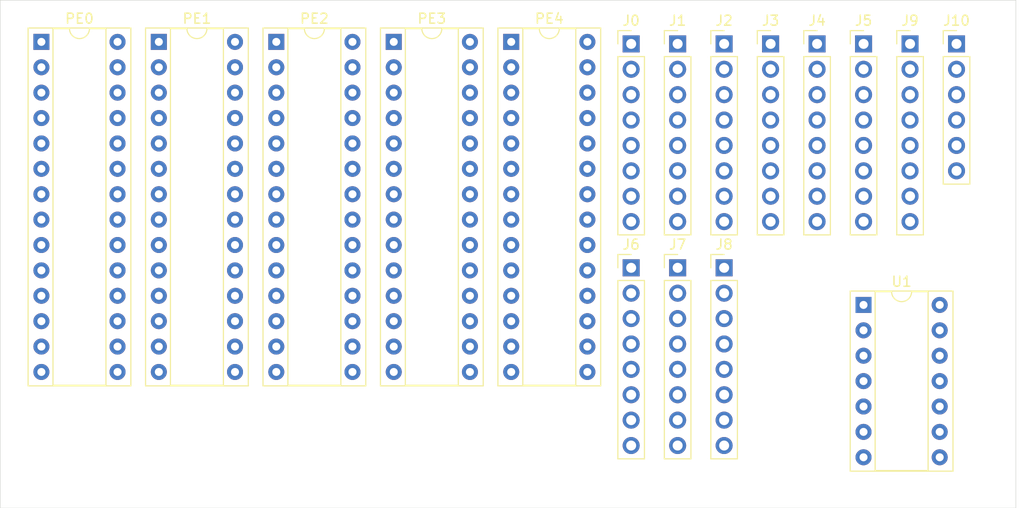
<source format=kicad_pcb>
(kicad_pcb (version 20171130) (host pcbnew "(5.1.8-0-10_14)")

  (general
    (thickness 1.6)
    (drawings 4)
    (tracks 0)
    (zones 0)
    (modules 17)
    (nets 107)
  )

  (page A4)
  (title_block
    (title "Ports Expander Module 80 GPIOs I2C INT")
    (date 2021-01-03)
  )

  (layers
    (0 F.Cu signal)
    (31 B.Cu signal)
    (32 B.Adhes user)
    (33 F.Adhes user)
    (34 B.Paste user)
    (35 F.Paste user)
    (36 B.SilkS user)
    (37 F.SilkS user)
    (38 B.Mask user)
    (39 F.Mask user)
    (40 Dwgs.User user)
    (41 Cmts.User user)
    (42 Eco1.User user)
    (43 Eco2.User user)
    (44 Edge.Cuts user)
    (45 Margin user)
    (46 B.CrtYd user)
    (47 F.CrtYd user)
    (48 B.Fab user)
    (49 F.Fab user)
  )

  (setup
    (last_trace_width 0.25)
    (trace_clearance 0.2)
    (zone_clearance 0.508)
    (zone_45_only no)
    (trace_min 0.2)
    (via_size 0.8)
    (via_drill 0.4)
    (via_min_size 0.5)
    (via_min_drill 0.3)
    (uvia_size 0.3)
    (uvia_drill 0.1)
    (uvias_allowed no)
    (uvia_min_size 0.2)
    (uvia_min_drill 0.1)
    (edge_width 0.05)
    (segment_width 0.2)
    (pcb_text_width 0.3)
    (pcb_text_size 1.5 1.5)
    (mod_edge_width 0.12)
    (mod_text_size 1 1)
    (mod_text_width 0.15)
    (pad_size 1.524 1.524)
    (pad_drill 0.762)
    (pad_to_mask_clearance 0)
    (aux_axis_origin 0 0)
    (visible_elements FFFFFF7F)
    (pcbplotparams
      (layerselection 0x010fc_ffffffff)
      (usegerberextensions false)
      (usegerberattributes true)
      (usegerberadvancedattributes true)
      (creategerberjobfile true)
      (excludeedgelayer true)
      (linewidth 0.100000)
      (plotframeref false)
      (viasonmask false)
      (mode 1)
      (useauxorigin false)
      (hpglpennumber 1)
      (hpglpenspeed 20)
      (hpglpendiameter 15.000000)
      (psnegative false)
      (psa4output false)
      (plotreference true)
      (plotvalue true)
      (plotinvisibletext false)
      (padsonsilk false)
      (subtractmaskfromsilk false)
      (outputformat 1)
      (mirror false)
      (drillshape 1)
      (scaleselection 1)
      (outputdirectory ""))
  )

  (net 0 "")
  (net 1 /INT0)
  (net 2 /INT1)
  (net 3 /INT3)
  (net 4 /INT)
  (net 5 /INT2)
  (net 6 /INT4)
  (net 7 GND)
  (net 8 +3V3)
  (net 9 "Net-(J0-Pad1)")
  (net 10 "Net-(J0-Pad2)")
  (net 11 "Net-(J0-Pad3)")
  (net 12 "Net-(J0-Pad4)")
  (net 13 "Net-(J0-Pad5)")
  (net 14 "Net-(J0-Pad6)")
  (net 15 "Net-(J0-Pad7)")
  (net 16 "Net-(J0-Pad8)")
  (net 17 "Net-(J1-Pad8)")
  (net 18 "Net-(J1-Pad7)")
  (net 19 "Net-(J1-Pad6)")
  (net 20 "Net-(J1-Pad5)")
  (net 21 "Net-(J1-Pad4)")
  (net 22 "Net-(J1-Pad3)")
  (net 23 "Net-(J1-Pad2)")
  (net 24 "Net-(J1-Pad1)")
  (net 25 "Net-(J2-Pad1)")
  (net 26 "Net-(J2-Pad2)")
  (net 27 "Net-(J2-Pad3)")
  (net 28 "Net-(J2-Pad4)")
  (net 29 "Net-(J2-Pad5)")
  (net 30 "Net-(J2-Pad6)")
  (net 31 "Net-(J2-Pad7)")
  (net 32 "Net-(J2-Pad8)")
  (net 33 "Net-(J3-Pad8)")
  (net 34 "Net-(J3-Pad7)")
  (net 35 "Net-(J3-Pad6)")
  (net 36 "Net-(J3-Pad5)")
  (net 37 "Net-(J3-Pad4)")
  (net 38 "Net-(J3-Pad3)")
  (net 39 "Net-(J3-Pad2)")
  (net 40 "Net-(J3-Pad1)")
  (net 41 "Net-(J4-Pad1)")
  (net 42 "Net-(J4-Pad2)")
  (net 43 "Net-(J4-Pad3)")
  (net 44 "Net-(J4-Pad4)")
  (net 45 "Net-(J4-Pad5)")
  (net 46 "Net-(J4-Pad6)")
  (net 47 "Net-(J4-Pad7)")
  (net 48 "Net-(J4-Pad8)")
  (net 49 "Net-(J5-Pad8)")
  (net 50 "Net-(J5-Pad7)")
  (net 51 "Net-(J5-Pad6)")
  (net 52 "Net-(J5-Pad5)")
  (net 53 "Net-(J5-Pad4)")
  (net 54 "Net-(J5-Pad3)")
  (net 55 "Net-(J5-Pad2)")
  (net 56 "Net-(J5-Pad1)")
  (net 57 "Net-(J6-Pad1)")
  (net 58 "Net-(J6-Pad2)")
  (net 59 "Net-(J6-Pad3)")
  (net 60 "Net-(J6-Pad4)")
  (net 61 "Net-(J6-Pad5)")
  (net 62 "Net-(J6-Pad6)")
  (net 63 "Net-(J6-Pad7)")
  (net 64 "Net-(J6-Pad8)")
  (net 65 "Net-(J7-Pad8)")
  (net 66 "Net-(J7-Pad7)")
  (net 67 "Net-(J7-Pad6)")
  (net 68 "Net-(J7-Pad5)")
  (net 69 "Net-(J7-Pad4)")
  (net 70 "Net-(J7-Pad3)")
  (net 71 "Net-(J7-Pad2)")
  (net 72 "Net-(J7-Pad1)")
  (net 73 "Net-(J8-Pad1)")
  (net 74 "Net-(J8-Pad2)")
  (net 75 "Net-(J8-Pad3)")
  (net 76 "Net-(J8-Pad4)")
  (net 77 "Net-(J8-Pad5)")
  (net 78 "Net-(J8-Pad6)")
  (net 79 "Net-(J8-Pad7)")
  (net 80 "Net-(J8-Pad8)")
  (net 81 "Net-(J9-Pad8)")
  (net 82 "Net-(J9-Pad7)")
  (net 83 "Net-(J9-Pad6)")
  (net 84 "Net-(J9-Pad5)")
  (net 85 "Net-(J9-Pad4)")
  (net 86 "Net-(J9-Pad3)")
  (net 87 "Net-(J9-Pad2)")
  (net 88 "Net-(J9-Pad1)")
  (net 89 /SDA)
  (net 90 /SCK)
  (net 91 "Net-(J10-Pad6)")
  (net 92 "Net-(PE0-Pad14)")
  (net 93 "Net-(PE0-Pad11)")
  (net 94 "Net-(PE0-Pad19)")
  (net 95 "Net-(PE1-Pad19)")
  (net 96 "Net-(PE1-Pad11)")
  (net 97 "Net-(PE1-Pad14)")
  (net 98 "Net-(PE2-Pad14)")
  (net 99 "Net-(PE2-Pad11)")
  (net 100 "Net-(PE2-Pad19)")
  (net 101 "Net-(PE3-Pad19)")
  (net 102 "Net-(PE3-Pad11)")
  (net 103 "Net-(PE3-Pad14)")
  (net 104 "Net-(PE4-Pad19)")
  (net 105 "Net-(PE4-Pad11)")
  (net 106 "Net-(PE4-Pad14)")

  (net_class Default "This is the default net class."
    (clearance 0.2)
    (trace_width 0.25)
    (via_dia 0.8)
    (via_drill 0.4)
    (uvia_dia 0.3)
    (uvia_drill 0.1)
    (add_net /INT)
    (add_net /INT0)
    (add_net /INT1)
    (add_net /INT2)
    (add_net /INT3)
    (add_net /INT4)
    (add_net /SCK)
    (add_net /SDA)
    (add_net "Net-(J0-Pad1)")
    (add_net "Net-(J0-Pad2)")
    (add_net "Net-(J0-Pad3)")
    (add_net "Net-(J0-Pad4)")
    (add_net "Net-(J0-Pad5)")
    (add_net "Net-(J0-Pad6)")
    (add_net "Net-(J0-Pad7)")
    (add_net "Net-(J0-Pad8)")
    (add_net "Net-(J1-Pad1)")
    (add_net "Net-(J1-Pad2)")
    (add_net "Net-(J1-Pad3)")
    (add_net "Net-(J1-Pad4)")
    (add_net "Net-(J1-Pad5)")
    (add_net "Net-(J1-Pad6)")
    (add_net "Net-(J1-Pad7)")
    (add_net "Net-(J1-Pad8)")
    (add_net "Net-(J10-Pad6)")
    (add_net "Net-(J2-Pad1)")
    (add_net "Net-(J2-Pad2)")
    (add_net "Net-(J2-Pad3)")
    (add_net "Net-(J2-Pad4)")
    (add_net "Net-(J2-Pad5)")
    (add_net "Net-(J2-Pad6)")
    (add_net "Net-(J2-Pad7)")
    (add_net "Net-(J2-Pad8)")
    (add_net "Net-(J3-Pad1)")
    (add_net "Net-(J3-Pad2)")
    (add_net "Net-(J3-Pad3)")
    (add_net "Net-(J3-Pad4)")
    (add_net "Net-(J3-Pad5)")
    (add_net "Net-(J3-Pad6)")
    (add_net "Net-(J3-Pad7)")
    (add_net "Net-(J3-Pad8)")
    (add_net "Net-(J4-Pad1)")
    (add_net "Net-(J4-Pad2)")
    (add_net "Net-(J4-Pad3)")
    (add_net "Net-(J4-Pad4)")
    (add_net "Net-(J4-Pad5)")
    (add_net "Net-(J4-Pad6)")
    (add_net "Net-(J4-Pad7)")
    (add_net "Net-(J4-Pad8)")
    (add_net "Net-(J5-Pad1)")
    (add_net "Net-(J5-Pad2)")
    (add_net "Net-(J5-Pad3)")
    (add_net "Net-(J5-Pad4)")
    (add_net "Net-(J5-Pad5)")
    (add_net "Net-(J5-Pad6)")
    (add_net "Net-(J5-Pad7)")
    (add_net "Net-(J5-Pad8)")
    (add_net "Net-(J6-Pad1)")
    (add_net "Net-(J6-Pad2)")
    (add_net "Net-(J6-Pad3)")
    (add_net "Net-(J6-Pad4)")
    (add_net "Net-(J6-Pad5)")
    (add_net "Net-(J6-Pad6)")
    (add_net "Net-(J6-Pad7)")
    (add_net "Net-(J6-Pad8)")
    (add_net "Net-(J7-Pad1)")
    (add_net "Net-(J7-Pad2)")
    (add_net "Net-(J7-Pad3)")
    (add_net "Net-(J7-Pad4)")
    (add_net "Net-(J7-Pad5)")
    (add_net "Net-(J7-Pad6)")
    (add_net "Net-(J7-Pad7)")
    (add_net "Net-(J7-Pad8)")
    (add_net "Net-(J8-Pad1)")
    (add_net "Net-(J8-Pad2)")
    (add_net "Net-(J8-Pad3)")
    (add_net "Net-(J8-Pad4)")
    (add_net "Net-(J8-Pad5)")
    (add_net "Net-(J8-Pad6)")
    (add_net "Net-(J8-Pad7)")
    (add_net "Net-(J8-Pad8)")
    (add_net "Net-(J9-Pad1)")
    (add_net "Net-(J9-Pad2)")
    (add_net "Net-(J9-Pad3)")
    (add_net "Net-(J9-Pad4)")
    (add_net "Net-(J9-Pad5)")
    (add_net "Net-(J9-Pad6)")
    (add_net "Net-(J9-Pad7)")
    (add_net "Net-(J9-Pad8)")
    (add_net "Net-(PE0-Pad11)")
    (add_net "Net-(PE0-Pad14)")
    (add_net "Net-(PE0-Pad19)")
    (add_net "Net-(PE1-Pad11)")
    (add_net "Net-(PE1-Pad14)")
    (add_net "Net-(PE1-Pad19)")
    (add_net "Net-(PE2-Pad11)")
    (add_net "Net-(PE2-Pad14)")
    (add_net "Net-(PE2-Pad19)")
    (add_net "Net-(PE3-Pad11)")
    (add_net "Net-(PE3-Pad14)")
    (add_net "Net-(PE3-Pad19)")
    (add_net "Net-(PE4-Pad11)")
    (add_net "Net-(PE4-Pad14)")
    (add_net "Net-(PE4-Pad19)")
  )

  (net_class Power ""
    (clearance 0.4)
    (trace_width 0.5)
    (via_dia 1.6)
    (via_drill 0.8)
    (uvia_dia 0.3)
    (uvia_drill 0.1)
    (add_net +3V3)
    (add_net GND)
  )

  (module Package_DIP:DIP-14_W7.62mm_Socket (layer F.Cu) (tedit 5A02E8C5) (tstamp 5FF62A47)
    (at 175.26 114.3)
    (descr "14-lead though-hole mounted DIP package, row spacing 7.62 mm (300 mils), Socket")
    (tags "THT DIP DIL PDIP 2.54mm 7.62mm 300mil Socket")
    (path /5FF64391)
    (fp_text reference U1 (at 3.81 -2.33) (layer F.SilkS)
      (effects (font (size 1 1) (thickness 0.15)))
    )
    (fp_text value 74LS30 (at 3.81 17.57) (layer F.Fab)
      (effects (font (size 1 1) (thickness 0.15)))
    )
    (fp_text user %R (at 3.81 7.62) (layer F.Fab)
      (effects (font (size 1 1) (thickness 0.15)))
    )
    (fp_arc (start 3.81 -1.33) (end 2.81 -1.33) (angle -180) (layer F.SilkS) (width 0.12))
    (fp_line (start 1.635 -1.27) (end 6.985 -1.27) (layer F.Fab) (width 0.1))
    (fp_line (start 6.985 -1.27) (end 6.985 16.51) (layer F.Fab) (width 0.1))
    (fp_line (start 6.985 16.51) (end 0.635 16.51) (layer F.Fab) (width 0.1))
    (fp_line (start 0.635 16.51) (end 0.635 -0.27) (layer F.Fab) (width 0.1))
    (fp_line (start 0.635 -0.27) (end 1.635 -1.27) (layer F.Fab) (width 0.1))
    (fp_line (start -1.27 -1.33) (end -1.27 16.57) (layer F.Fab) (width 0.1))
    (fp_line (start -1.27 16.57) (end 8.89 16.57) (layer F.Fab) (width 0.1))
    (fp_line (start 8.89 16.57) (end 8.89 -1.33) (layer F.Fab) (width 0.1))
    (fp_line (start 8.89 -1.33) (end -1.27 -1.33) (layer F.Fab) (width 0.1))
    (fp_line (start 2.81 -1.33) (end 1.16 -1.33) (layer F.SilkS) (width 0.12))
    (fp_line (start 1.16 -1.33) (end 1.16 16.57) (layer F.SilkS) (width 0.12))
    (fp_line (start 1.16 16.57) (end 6.46 16.57) (layer F.SilkS) (width 0.12))
    (fp_line (start 6.46 16.57) (end 6.46 -1.33) (layer F.SilkS) (width 0.12))
    (fp_line (start 6.46 -1.33) (end 4.81 -1.33) (layer F.SilkS) (width 0.12))
    (fp_line (start -1.33 -1.39) (end -1.33 16.63) (layer F.SilkS) (width 0.12))
    (fp_line (start -1.33 16.63) (end 8.95 16.63) (layer F.SilkS) (width 0.12))
    (fp_line (start 8.95 16.63) (end 8.95 -1.39) (layer F.SilkS) (width 0.12))
    (fp_line (start 8.95 -1.39) (end -1.33 -1.39) (layer F.SilkS) (width 0.12))
    (fp_line (start -1.55 -1.6) (end -1.55 16.85) (layer F.CrtYd) (width 0.05))
    (fp_line (start -1.55 16.85) (end 9.15 16.85) (layer F.CrtYd) (width 0.05))
    (fp_line (start 9.15 16.85) (end 9.15 -1.6) (layer F.CrtYd) (width 0.05))
    (fp_line (start 9.15 -1.6) (end -1.55 -1.6) (layer F.CrtYd) (width 0.05))
    (pad 14 thru_hole oval (at 7.62 0) (size 1.6 1.6) (drill 0.8) (layers *.Cu *.Mask)
      (net 8 +3V3))
    (pad 7 thru_hole oval (at 0 15.24) (size 1.6 1.6) (drill 0.8) (layers *.Cu *.Mask)
      (net 7 GND))
    (pad 13 thru_hole oval (at 7.62 2.54) (size 1.6 1.6) (drill 0.8) (layers *.Cu *.Mask))
    (pad 6 thru_hole oval (at 0 12.7) (size 1.6 1.6) (drill 0.8) (layers *.Cu *.Mask)
      (net 8 +3V3))
    (pad 12 thru_hole oval (at 7.62 5.08) (size 1.6 1.6) (drill 0.8) (layers *.Cu *.Mask)
      (net 8 +3V3))
    (pad 5 thru_hole oval (at 0 10.16) (size 1.6 1.6) (drill 0.8) (layers *.Cu *.Mask)
      (net 6 /INT4))
    (pad 11 thru_hole oval (at 7.62 7.62) (size 1.6 1.6) (drill 0.8) (layers *.Cu *.Mask)
      (net 8 +3V3))
    (pad 4 thru_hole oval (at 0 7.62) (size 1.6 1.6) (drill 0.8) (layers *.Cu *.Mask)
      (net 3 /INT3))
    (pad 10 thru_hole oval (at 7.62 10.16) (size 1.6 1.6) (drill 0.8) (layers *.Cu *.Mask))
    (pad 3 thru_hole oval (at 0 5.08) (size 1.6 1.6) (drill 0.8) (layers *.Cu *.Mask)
      (net 5 /INT2))
    (pad 9 thru_hole oval (at 7.62 12.7) (size 1.6 1.6) (drill 0.8) (layers *.Cu *.Mask))
    (pad 2 thru_hole oval (at 0 2.54) (size 1.6 1.6) (drill 0.8) (layers *.Cu *.Mask)
      (net 2 /INT1))
    (pad 8 thru_hole oval (at 7.62 15.24) (size 1.6 1.6) (drill 0.8) (layers *.Cu *.Mask)
      (net 4 /INT))
    (pad 1 thru_hole rect (at 0 0) (size 1.6 1.6) (drill 0.8) (layers *.Cu *.Mask)
      (net 1 /INT0))
    (model ${KISYS3DMOD}/Package_DIP.3dshapes/DIP-14_W7.62mm_Socket.wrl
      (at (xyz 0 0 0))
      (scale (xyz 1 1 1))
      (rotate (xyz 0 0 0))
    )
  )

  (module Connector_PinHeader_2.54mm:PinHeader_1x08_P2.54mm_Vertical (layer F.Cu) (tedit 59FED5CC) (tstamp 5FF28201)
    (at 152.015001 88.185001)
    (descr "Through hole straight pin header, 1x08, 2.54mm pitch, single row")
    (tags "Through hole pin header THT 1x08 2.54mm single row")
    (path /5FF69A40)
    (fp_text reference J0 (at 0 -2.33) (layer F.SilkS)
      (effects (font (size 1 1) (thickness 0.15)))
    )
    (fp_text value Conn_01x08_Male (at 0 20.11) (layer F.Fab)
      (effects (font (size 1 1) (thickness 0.15)))
    )
    (fp_line (start -0.635 -1.27) (end 1.27 -1.27) (layer F.Fab) (width 0.1))
    (fp_line (start 1.27 -1.27) (end 1.27 19.05) (layer F.Fab) (width 0.1))
    (fp_line (start 1.27 19.05) (end -1.27 19.05) (layer F.Fab) (width 0.1))
    (fp_line (start -1.27 19.05) (end -1.27 -0.635) (layer F.Fab) (width 0.1))
    (fp_line (start -1.27 -0.635) (end -0.635 -1.27) (layer F.Fab) (width 0.1))
    (fp_line (start -1.33 19.11) (end 1.33 19.11) (layer F.SilkS) (width 0.12))
    (fp_line (start -1.33 1.27) (end -1.33 19.11) (layer F.SilkS) (width 0.12))
    (fp_line (start 1.33 1.27) (end 1.33 19.11) (layer F.SilkS) (width 0.12))
    (fp_line (start -1.33 1.27) (end 1.33 1.27) (layer F.SilkS) (width 0.12))
    (fp_line (start -1.33 0) (end -1.33 -1.33) (layer F.SilkS) (width 0.12))
    (fp_line (start -1.33 -1.33) (end 0 -1.33) (layer F.SilkS) (width 0.12))
    (fp_line (start -1.8 -1.8) (end -1.8 19.55) (layer F.CrtYd) (width 0.05))
    (fp_line (start -1.8 19.55) (end 1.8 19.55) (layer F.CrtYd) (width 0.05))
    (fp_line (start 1.8 19.55) (end 1.8 -1.8) (layer F.CrtYd) (width 0.05))
    (fp_line (start 1.8 -1.8) (end -1.8 -1.8) (layer F.CrtYd) (width 0.05))
    (fp_text user %R (at 0 8.89 90) (layer F.Fab)
      (effects (font (size 1 1) (thickness 0.15)))
    )
    (pad 1 thru_hole rect (at 0 0) (size 1.7 1.7) (drill 1) (layers *.Cu *.Mask)
      (net 9 "Net-(J0-Pad1)"))
    (pad 2 thru_hole oval (at 0 2.54) (size 1.7 1.7) (drill 1) (layers *.Cu *.Mask)
      (net 10 "Net-(J0-Pad2)"))
    (pad 3 thru_hole oval (at 0 5.08) (size 1.7 1.7) (drill 1) (layers *.Cu *.Mask)
      (net 11 "Net-(J0-Pad3)"))
    (pad 4 thru_hole oval (at 0 7.62) (size 1.7 1.7) (drill 1) (layers *.Cu *.Mask)
      (net 12 "Net-(J0-Pad4)"))
    (pad 5 thru_hole oval (at 0 10.16) (size 1.7 1.7) (drill 1) (layers *.Cu *.Mask)
      (net 13 "Net-(J0-Pad5)"))
    (pad 6 thru_hole oval (at 0 12.7) (size 1.7 1.7) (drill 1) (layers *.Cu *.Mask)
      (net 14 "Net-(J0-Pad6)"))
    (pad 7 thru_hole oval (at 0 15.24) (size 1.7 1.7) (drill 1) (layers *.Cu *.Mask)
      (net 15 "Net-(J0-Pad7)"))
    (pad 8 thru_hole oval (at 0 17.78) (size 1.7 1.7) (drill 1) (layers *.Cu *.Mask)
      (net 16 "Net-(J0-Pad8)"))
    (model ${KISYS3DMOD}/Connector_PinHeader_2.54mm.3dshapes/PinHeader_1x08_P2.54mm_Vertical.wrl
      (at (xyz 0 0 0))
      (scale (xyz 1 1 1))
      (rotate (xyz 0 0 0))
    )
  )

  (module Connector_PinHeader_2.54mm:PinHeader_1x08_P2.54mm_Vertical (layer F.Cu) (tedit 59FED5CC) (tstamp 5FF2821D)
    (at 156.665001 88.185001)
    (descr "Through hole straight pin header, 1x08, 2.54mm pitch, single row")
    (tags "Through hole pin header THT 1x08 2.54mm single row")
    (path /5FF73BBA)
    (fp_text reference J1 (at 0 -2.33) (layer F.SilkS)
      (effects (font (size 1 1) (thickness 0.15)))
    )
    (fp_text value Conn_01x08_Male (at 0 20.11) (layer F.Fab)
      (effects (font (size 1 1) (thickness 0.15)))
    )
    (fp_line (start 1.8 -1.8) (end -1.8 -1.8) (layer F.CrtYd) (width 0.05))
    (fp_line (start 1.8 19.55) (end 1.8 -1.8) (layer F.CrtYd) (width 0.05))
    (fp_line (start -1.8 19.55) (end 1.8 19.55) (layer F.CrtYd) (width 0.05))
    (fp_line (start -1.8 -1.8) (end -1.8 19.55) (layer F.CrtYd) (width 0.05))
    (fp_line (start -1.33 -1.33) (end 0 -1.33) (layer F.SilkS) (width 0.12))
    (fp_line (start -1.33 0) (end -1.33 -1.33) (layer F.SilkS) (width 0.12))
    (fp_line (start -1.33 1.27) (end 1.33 1.27) (layer F.SilkS) (width 0.12))
    (fp_line (start 1.33 1.27) (end 1.33 19.11) (layer F.SilkS) (width 0.12))
    (fp_line (start -1.33 1.27) (end -1.33 19.11) (layer F.SilkS) (width 0.12))
    (fp_line (start -1.33 19.11) (end 1.33 19.11) (layer F.SilkS) (width 0.12))
    (fp_line (start -1.27 -0.635) (end -0.635 -1.27) (layer F.Fab) (width 0.1))
    (fp_line (start -1.27 19.05) (end -1.27 -0.635) (layer F.Fab) (width 0.1))
    (fp_line (start 1.27 19.05) (end -1.27 19.05) (layer F.Fab) (width 0.1))
    (fp_line (start 1.27 -1.27) (end 1.27 19.05) (layer F.Fab) (width 0.1))
    (fp_line (start -0.635 -1.27) (end 1.27 -1.27) (layer F.Fab) (width 0.1))
    (fp_text user %R (at 0 8.89 90) (layer F.Fab)
      (effects (font (size 1 1) (thickness 0.15)))
    )
    (pad 8 thru_hole oval (at 0 17.78) (size 1.7 1.7) (drill 1) (layers *.Cu *.Mask)
      (net 17 "Net-(J1-Pad8)"))
    (pad 7 thru_hole oval (at 0 15.24) (size 1.7 1.7) (drill 1) (layers *.Cu *.Mask)
      (net 18 "Net-(J1-Pad7)"))
    (pad 6 thru_hole oval (at 0 12.7) (size 1.7 1.7) (drill 1) (layers *.Cu *.Mask)
      (net 19 "Net-(J1-Pad6)"))
    (pad 5 thru_hole oval (at 0 10.16) (size 1.7 1.7) (drill 1) (layers *.Cu *.Mask)
      (net 20 "Net-(J1-Pad5)"))
    (pad 4 thru_hole oval (at 0 7.62) (size 1.7 1.7) (drill 1) (layers *.Cu *.Mask)
      (net 21 "Net-(J1-Pad4)"))
    (pad 3 thru_hole oval (at 0 5.08) (size 1.7 1.7) (drill 1) (layers *.Cu *.Mask)
      (net 22 "Net-(J1-Pad3)"))
    (pad 2 thru_hole oval (at 0 2.54) (size 1.7 1.7) (drill 1) (layers *.Cu *.Mask)
      (net 23 "Net-(J1-Pad2)"))
    (pad 1 thru_hole rect (at 0 0) (size 1.7 1.7) (drill 1) (layers *.Cu *.Mask)
      (net 24 "Net-(J1-Pad1)"))
    (model ${KISYS3DMOD}/Connector_PinHeader_2.54mm.3dshapes/PinHeader_1x08_P2.54mm_Vertical.wrl
      (at (xyz 0 0 0))
      (scale (xyz 1 1 1))
      (rotate (xyz 0 0 0))
    )
  )

  (module Connector_PinHeader_2.54mm:PinHeader_1x08_P2.54mm_Vertical (layer F.Cu) (tedit 59FED5CC) (tstamp 5FF28239)
    (at 161.315001 88.185001)
    (descr "Through hole straight pin header, 1x08, 2.54mm pitch, single row")
    (tags "Through hole pin header THT 1x08 2.54mm single row")
    (path /600007AE)
    (fp_text reference J2 (at 0 -2.33) (layer F.SilkS)
      (effects (font (size 1 1) (thickness 0.15)))
    )
    (fp_text value Conn_01x08_Male (at 0 20.11) (layer F.Fab)
      (effects (font (size 1 1) (thickness 0.15)))
    )
    (fp_line (start -0.635 -1.27) (end 1.27 -1.27) (layer F.Fab) (width 0.1))
    (fp_line (start 1.27 -1.27) (end 1.27 19.05) (layer F.Fab) (width 0.1))
    (fp_line (start 1.27 19.05) (end -1.27 19.05) (layer F.Fab) (width 0.1))
    (fp_line (start -1.27 19.05) (end -1.27 -0.635) (layer F.Fab) (width 0.1))
    (fp_line (start -1.27 -0.635) (end -0.635 -1.27) (layer F.Fab) (width 0.1))
    (fp_line (start -1.33 19.11) (end 1.33 19.11) (layer F.SilkS) (width 0.12))
    (fp_line (start -1.33 1.27) (end -1.33 19.11) (layer F.SilkS) (width 0.12))
    (fp_line (start 1.33 1.27) (end 1.33 19.11) (layer F.SilkS) (width 0.12))
    (fp_line (start -1.33 1.27) (end 1.33 1.27) (layer F.SilkS) (width 0.12))
    (fp_line (start -1.33 0) (end -1.33 -1.33) (layer F.SilkS) (width 0.12))
    (fp_line (start -1.33 -1.33) (end 0 -1.33) (layer F.SilkS) (width 0.12))
    (fp_line (start -1.8 -1.8) (end -1.8 19.55) (layer F.CrtYd) (width 0.05))
    (fp_line (start -1.8 19.55) (end 1.8 19.55) (layer F.CrtYd) (width 0.05))
    (fp_line (start 1.8 19.55) (end 1.8 -1.8) (layer F.CrtYd) (width 0.05))
    (fp_line (start 1.8 -1.8) (end -1.8 -1.8) (layer F.CrtYd) (width 0.05))
    (fp_text user %R (at 0 8.89 90) (layer F.Fab)
      (effects (font (size 1 1) (thickness 0.15)))
    )
    (pad 1 thru_hole rect (at 0 0) (size 1.7 1.7) (drill 1) (layers *.Cu *.Mask)
      (net 25 "Net-(J2-Pad1)"))
    (pad 2 thru_hole oval (at 0 2.54) (size 1.7 1.7) (drill 1) (layers *.Cu *.Mask)
      (net 26 "Net-(J2-Pad2)"))
    (pad 3 thru_hole oval (at 0 5.08) (size 1.7 1.7) (drill 1) (layers *.Cu *.Mask)
      (net 27 "Net-(J2-Pad3)"))
    (pad 4 thru_hole oval (at 0 7.62) (size 1.7 1.7) (drill 1) (layers *.Cu *.Mask)
      (net 28 "Net-(J2-Pad4)"))
    (pad 5 thru_hole oval (at 0 10.16) (size 1.7 1.7) (drill 1) (layers *.Cu *.Mask)
      (net 29 "Net-(J2-Pad5)"))
    (pad 6 thru_hole oval (at 0 12.7) (size 1.7 1.7) (drill 1) (layers *.Cu *.Mask)
      (net 30 "Net-(J2-Pad6)"))
    (pad 7 thru_hole oval (at 0 15.24) (size 1.7 1.7) (drill 1) (layers *.Cu *.Mask)
      (net 31 "Net-(J2-Pad7)"))
    (pad 8 thru_hole oval (at 0 17.78) (size 1.7 1.7) (drill 1) (layers *.Cu *.Mask)
      (net 32 "Net-(J2-Pad8)"))
    (model ${KISYS3DMOD}/Connector_PinHeader_2.54mm.3dshapes/PinHeader_1x08_P2.54mm_Vertical.wrl
      (at (xyz 0 0 0))
      (scale (xyz 1 1 1))
      (rotate (xyz 0 0 0))
    )
  )

  (module Connector_PinHeader_2.54mm:PinHeader_1x08_P2.54mm_Vertical (layer F.Cu) (tedit 59FED5CC) (tstamp 5FF28255)
    (at 165.965001 88.185001)
    (descr "Through hole straight pin header, 1x08, 2.54mm pitch, single row")
    (tags "Through hole pin header THT 1x08 2.54mm single row")
    (path /60001C0A)
    (fp_text reference J3 (at 0 -2.33) (layer F.SilkS)
      (effects (font (size 1 1) (thickness 0.15)))
    )
    (fp_text value Conn_01x08_Male (at 0 20.11) (layer F.Fab)
      (effects (font (size 1 1) (thickness 0.15)))
    )
    (fp_line (start 1.8 -1.8) (end -1.8 -1.8) (layer F.CrtYd) (width 0.05))
    (fp_line (start 1.8 19.55) (end 1.8 -1.8) (layer F.CrtYd) (width 0.05))
    (fp_line (start -1.8 19.55) (end 1.8 19.55) (layer F.CrtYd) (width 0.05))
    (fp_line (start -1.8 -1.8) (end -1.8 19.55) (layer F.CrtYd) (width 0.05))
    (fp_line (start -1.33 -1.33) (end 0 -1.33) (layer F.SilkS) (width 0.12))
    (fp_line (start -1.33 0) (end -1.33 -1.33) (layer F.SilkS) (width 0.12))
    (fp_line (start -1.33 1.27) (end 1.33 1.27) (layer F.SilkS) (width 0.12))
    (fp_line (start 1.33 1.27) (end 1.33 19.11) (layer F.SilkS) (width 0.12))
    (fp_line (start -1.33 1.27) (end -1.33 19.11) (layer F.SilkS) (width 0.12))
    (fp_line (start -1.33 19.11) (end 1.33 19.11) (layer F.SilkS) (width 0.12))
    (fp_line (start -1.27 -0.635) (end -0.635 -1.27) (layer F.Fab) (width 0.1))
    (fp_line (start -1.27 19.05) (end -1.27 -0.635) (layer F.Fab) (width 0.1))
    (fp_line (start 1.27 19.05) (end -1.27 19.05) (layer F.Fab) (width 0.1))
    (fp_line (start 1.27 -1.27) (end 1.27 19.05) (layer F.Fab) (width 0.1))
    (fp_line (start -0.635 -1.27) (end 1.27 -1.27) (layer F.Fab) (width 0.1))
    (fp_text user %R (at 0 8.89 90) (layer F.Fab)
      (effects (font (size 1 1) (thickness 0.15)))
    )
    (pad 8 thru_hole oval (at 0 17.78) (size 1.7 1.7) (drill 1) (layers *.Cu *.Mask)
      (net 33 "Net-(J3-Pad8)"))
    (pad 7 thru_hole oval (at 0 15.24) (size 1.7 1.7) (drill 1) (layers *.Cu *.Mask)
      (net 34 "Net-(J3-Pad7)"))
    (pad 6 thru_hole oval (at 0 12.7) (size 1.7 1.7) (drill 1) (layers *.Cu *.Mask)
      (net 35 "Net-(J3-Pad6)"))
    (pad 5 thru_hole oval (at 0 10.16) (size 1.7 1.7) (drill 1) (layers *.Cu *.Mask)
      (net 36 "Net-(J3-Pad5)"))
    (pad 4 thru_hole oval (at 0 7.62) (size 1.7 1.7) (drill 1) (layers *.Cu *.Mask)
      (net 37 "Net-(J3-Pad4)"))
    (pad 3 thru_hole oval (at 0 5.08) (size 1.7 1.7) (drill 1) (layers *.Cu *.Mask)
      (net 38 "Net-(J3-Pad3)"))
    (pad 2 thru_hole oval (at 0 2.54) (size 1.7 1.7) (drill 1) (layers *.Cu *.Mask)
      (net 39 "Net-(J3-Pad2)"))
    (pad 1 thru_hole rect (at 0 0) (size 1.7 1.7) (drill 1) (layers *.Cu *.Mask)
      (net 40 "Net-(J3-Pad1)"))
    (model ${KISYS3DMOD}/Connector_PinHeader_2.54mm.3dshapes/PinHeader_1x08_P2.54mm_Vertical.wrl
      (at (xyz 0 0 0))
      (scale (xyz 1 1 1))
      (rotate (xyz 0 0 0))
    )
  )

  (module Connector_PinHeader_2.54mm:PinHeader_1x08_P2.54mm_Vertical (layer F.Cu) (tedit 59FED5CC) (tstamp 5FF28271)
    (at 170.615001 88.185001)
    (descr "Through hole straight pin header, 1x08, 2.54mm pitch, single row")
    (tags "Through hole pin header THT 1x08 2.54mm single row")
    (path /60002FA9)
    (fp_text reference J4 (at 0 -2.33) (layer F.SilkS)
      (effects (font (size 1 1) (thickness 0.15)))
    )
    (fp_text value Conn_01x08_Male (at 0 20.11) (layer F.Fab)
      (effects (font (size 1 1) (thickness 0.15)))
    )
    (fp_line (start -0.635 -1.27) (end 1.27 -1.27) (layer F.Fab) (width 0.1))
    (fp_line (start 1.27 -1.27) (end 1.27 19.05) (layer F.Fab) (width 0.1))
    (fp_line (start 1.27 19.05) (end -1.27 19.05) (layer F.Fab) (width 0.1))
    (fp_line (start -1.27 19.05) (end -1.27 -0.635) (layer F.Fab) (width 0.1))
    (fp_line (start -1.27 -0.635) (end -0.635 -1.27) (layer F.Fab) (width 0.1))
    (fp_line (start -1.33 19.11) (end 1.33 19.11) (layer F.SilkS) (width 0.12))
    (fp_line (start -1.33 1.27) (end -1.33 19.11) (layer F.SilkS) (width 0.12))
    (fp_line (start 1.33 1.27) (end 1.33 19.11) (layer F.SilkS) (width 0.12))
    (fp_line (start -1.33 1.27) (end 1.33 1.27) (layer F.SilkS) (width 0.12))
    (fp_line (start -1.33 0) (end -1.33 -1.33) (layer F.SilkS) (width 0.12))
    (fp_line (start -1.33 -1.33) (end 0 -1.33) (layer F.SilkS) (width 0.12))
    (fp_line (start -1.8 -1.8) (end -1.8 19.55) (layer F.CrtYd) (width 0.05))
    (fp_line (start -1.8 19.55) (end 1.8 19.55) (layer F.CrtYd) (width 0.05))
    (fp_line (start 1.8 19.55) (end 1.8 -1.8) (layer F.CrtYd) (width 0.05))
    (fp_line (start 1.8 -1.8) (end -1.8 -1.8) (layer F.CrtYd) (width 0.05))
    (fp_text user %R (at 0 8.89 90) (layer F.Fab)
      (effects (font (size 1 1) (thickness 0.15)))
    )
    (pad 1 thru_hole rect (at 0 0) (size 1.7 1.7) (drill 1) (layers *.Cu *.Mask)
      (net 41 "Net-(J4-Pad1)"))
    (pad 2 thru_hole oval (at 0 2.54) (size 1.7 1.7) (drill 1) (layers *.Cu *.Mask)
      (net 42 "Net-(J4-Pad2)"))
    (pad 3 thru_hole oval (at 0 5.08) (size 1.7 1.7) (drill 1) (layers *.Cu *.Mask)
      (net 43 "Net-(J4-Pad3)"))
    (pad 4 thru_hole oval (at 0 7.62) (size 1.7 1.7) (drill 1) (layers *.Cu *.Mask)
      (net 44 "Net-(J4-Pad4)"))
    (pad 5 thru_hole oval (at 0 10.16) (size 1.7 1.7) (drill 1) (layers *.Cu *.Mask)
      (net 45 "Net-(J4-Pad5)"))
    (pad 6 thru_hole oval (at 0 12.7) (size 1.7 1.7) (drill 1) (layers *.Cu *.Mask)
      (net 46 "Net-(J4-Pad6)"))
    (pad 7 thru_hole oval (at 0 15.24) (size 1.7 1.7) (drill 1) (layers *.Cu *.Mask)
      (net 47 "Net-(J4-Pad7)"))
    (pad 8 thru_hole oval (at 0 17.78) (size 1.7 1.7) (drill 1) (layers *.Cu *.Mask)
      (net 48 "Net-(J4-Pad8)"))
    (model ${KISYS3DMOD}/Connector_PinHeader_2.54mm.3dshapes/PinHeader_1x08_P2.54mm_Vertical.wrl
      (at (xyz 0 0 0))
      (scale (xyz 1 1 1))
      (rotate (xyz 0 0 0))
    )
  )

  (module Connector_PinHeader_2.54mm:PinHeader_1x08_P2.54mm_Vertical (layer F.Cu) (tedit 59FED5CC) (tstamp 5FF2828D)
    (at 175.265001 88.185001)
    (descr "Through hole straight pin header, 1x08, 2.54mm pitch, single row")
    (tags "Through hole pin header THT 1x08 2.54mm single row")
    (path /60003FD6)
    (fp_text reference J5 (at 0 -2.33) (layer F.SilkS)
      (effects (font (size 1 1) (thickness 0.15)))
    )
    (fp_text value Conn_01x08_Male (at 0 20.11) (layer F.Fab)
      (effects (font (size 1 1) (thickness 0.15)))
    )
    (fp_line (start 1.8 -1.8) (end -1.8 -1.8) (layer F.CrtYd) (width 0.05))
    (fp_line (start 1.8 19.55) (end 1.8 -1.8) (layer F.CrtYd) (width 0.05))
    (fp_line (start -1.8 19.55) (end 1.8 19.55) (layer F.CrtYd) (width 0.05))
    (fp_line (start -1.8 -1.8) (end -1.8 19.55) (layer F.CrtYd) (width 0.05))
    (fp_line (start -1.33 -1.33) (end 0 -1.33) (layer F.SilkS) (width 0.12))
    (fp_line (start -1.33 0) (end -1.33 -1.33) (layer F.SilkS) (width 0.12))
    (fp_line (start -1.33 1.27) (end 1.33 1.27) (layer F.SilkS) (width 0.12))
    (fp_line (start 1.33 1.27) (end 1.33 19.11) (layer F.SilkS) (width 0.12))
    (fp_line (start -1.33 1.27) (end -1.33 19.11) (layer F.SilkS) (width 0.12))
    (fp_line (start -1.33 19.11) (end 1.33 19.11) (layer F.SilkS) (width 0.12))
    (fp_line (start -1.27 -0.635) (end -0.635 -1.27) (layer F.Fab) (width 0.1))
    (fp_line (start -1.27 19.05) (end -1.27 -0.635) (layer F.Fab) (width 0.1))
    (fp_line (start 1.27 19.05) (end -1.27 19.05) (layer F.Fab) (width 0.1))
    (fp_line (start 1.27 -1.27) (end 1.27 19.05) (layer F.Fab) (width 0.1))
    (fp_line (start -0.635 -1.27) (end 1.27 -1.27) (layer F.Fab) (width 0.1))
    (fp_text user %R (at 0 8.89 90) (layer F.Fab)
      (effects (font (size 1 1) (thickness 0.15)))
    )
    (pad 8 thru_hole oval (at 0 17.78) (size 1.7 1.7) (drill 1) (layers *.Cu *.Mask)
      (net 49 "Net-(J5-Pad8)"))
    (pad 7 thru_hole oval (at 0 15.24) (size 1.7 1.7) (drill 1) (layers *.Cu *.Mask)
      (net 50 "Net-(J5-Pad7)"))
    (pad 6 thru_hole oval (at 0 12.7) (size 1.7 1.7) (drill 1) (layers *.Cu *.Mask)
      (net 51 "Net-(J5-Pad6)"))
    (pad 5 thru_hole oval (at 0 10.16) (size 1.7 1.7) (drill 1) (layers *.Cu *.Mask)
      (net 52 "Net-(J5-Pad5)"))
    (pad 4 thru_hole oval (at 0 7.62) (size 1.7 1.7) (drill 1) (layers *.Cu *.Mask)
      (net 53 "Net-(J5-Pad4)"))
    (pad 3 thru_hole oval (at 0 5.08) (size 1.7 1.7) (drill 1) (layers *.Cu *.Mask)
      (net 54 "Net-(J5-Pad3)"))
    (pad 2 thru_hole oval (at 0 2.54) (size 1.7 1.7) (drill 1) (layers *.Cu *.Mask)
      (net 55 "Net-(J5-Pad2)"))
    (pad 1 thru_hole rect (at 0 0) (size 1.7 1.7) (drill 1) (layers *.Cu *.Mask)
      (net 56 "Net-(J5-Pad1)"))
    (model ${KISYS3DMOD}/Connector_PinHeader_2.54mm.3dshapes/PinHeader_1x08_P2.54mm_Vertical.wrl
      (at (xyz 0 0 0))
      (scale (xyz 1 1 1))
      (rotate (xyz 0 0 0))
    )
  )

  (module Connector_PinHeader_2.54mm:PinHeader_1x08_P2.54mm_Vertical (layer F.Cu) (tedit 59FED5CC) (tstamp 5FF282A9)
    (at 152.015001 110.585001)
    (descr "Through hole straight pin header, 1x08, 2.54mm pitch, single row")
    (tags "Through hole pin header THT 1x08 2.54mm single row")
    (path /60004FC4)
    (fp_text reference J6 (at 0 -2.33) (layer F.SilkS)
      (effects (font (size 1 1) (thickness 0.15)))
    )
    (fp_text value Conn_01x08_Male (at 0 20.11) (layer F.Fab)
      (effects (font (size 1 1) (thickness 0.15)))
    )
    (fp_line (start -0.635 -1.27) (end 1.27 -1.27) (layer F.Fab) (width 0.1))
    (fp_line (start 1.27 -1.27) (end 1.27 19.05) (layer F.Fab) (width 0.1))
    (fp_line (start 1.27 19.05) (end -1.27 19.05) (layer F.Fab) (width 0.1))
    (fp_line (start -1.27 19.05) (end -1.27 -0.635) (layer F.Fab) (width 0.1))
    (fp_line (start -1.27 -0.635) (end -0.635 -1.27) (layer F.Fab) (width 0.1))
    (fp_line (start -1.33 19.11) (end 1.33 19.11) (layer F.SilkS) (width 0.12))
    (fp_line (start -1.33 1.27) (end -1.33 19.11) (layer F.SilkS) (width 0.12))
    (fp_line (start 1.33 1.27) (end 1.33 19.11) (layer F.SilkS) (width 0.12))
    (fp_line (start -1.33 1.27) (end 1.33 1.27) (layer F.SilkS) (width 0.12))
    (fp_line (start -1.33 0) (end -1.33 -1.33) (layer F.SilkS) (width 0.12))
    (fp_line (start -1.33 -1.33) (end 0 -1.33) (layer F.SilkS) (width 0.12))
    (fp_line (start -1.8 -1.8) (end -1.8 19.55) (layer F.CrtYd) (width 0.05))
    (fp_line (start -1.8 19.55) (end 1.8 19.55) (layer F.CrtYd) (width 0.05))
    (fp_line (start 1.8 19.55) (end 1.8 -1.8) (layer F.CrtYd) (width 0.05))
    (fp_line (start 1.8 -1.8) (end -1.8 -1.8) (layer F.CrtYd) (width 0.05))
    (fp_text user %R (at 0 8.89 90) (layer F.Fab)
      (effects (font (size 1 1) (thickness 0.15)))
    )
    (pad 1 thru_hole rect (at 0 0) (size 1.7 1.7) (drill 1) (layers *.Cu *.Mask)
      (net 57 "Net-(J6-Pad1)"))
    (pad 2 thru_hole oval (at 0 2.54) (size 1.7 1.7) (drill 1) (layers *.Cu *.Mask)
      (net 58 "Net-(J6-Pad2)"))
    (pad 3 thru_hole oval (at 0 5.08) (size 1.7 1.7) (drill 1) (layers *.Cu *.Mask)
      (net 59 "Net-(J6-Pad3)"))
    (pad 4 thru_hole oval (at 0 7.62) (size 1.7 1.7) (drill 1) (layers *.Cu *.Mask)
      (net 60 "Net-(J6-Pad4)"))
    (pad 5 thru_hole oval (at 0 10.16) (size 1.7 1.7) (drill 1) (layers *.Cu *.Mask)
      (net 61 "Net-(J6-Pad5)"))
    (pad 6 thru_hole oval (at 0 12.7) (size 1.7 1.7) (drill 1) (layers *.Cu *.Mask)
      (net 62 "Net-(J6-Pad6)"))
    (pad 7 thru_hole oval (at 0 15.24) (size 1.7 1.7) (drill 1) (layers *.Cu *.Mask)
      (net 63 "Net-(J6-Pad7)"))
    (pad 8 thru_hole oval (at 0 17.78) (size 1.7 1.7) (drill 1) (layers *.Cu *.Mask)
      (net 64 "Net-(J6-Pad8)"))
    (model ${KISYS3DMOD}/Connector_PinHeader_2.54mm.3dshapes/PinHeader_1x08_P2.54mm_Vertical.wrl
      (at (xyz 0 0 0))
      (scale (xyz 1 1 1))
      (rotate (xyz 0 0 0))
    )
  )

  (module Connector_PinHeader_2.54mm:PinHeader_1x08_P2.54mm_Vertical (layer F.Cu) (tedit 59FED5CC) (tstamp 5FF282C5)
    (at 156.665001 110.585001)
    (descr "Through hole straight pin header, 1x08, 2.54mm pitch, single row")
    (tags "Through hole pin header THT 1x08 2.54mm single row")
    (path /600062E5)
    (fp_text reference J7 (at 0 -2.33) (layer F.SilkS)
      (effects (font (size 1 1) (thickness 0.15)))
    )
    (fp_text value Conn_01x08_Male (at 0 20.11) (layer F.Fab)
      (effects (font (size 1 1) (thickness 0.15)))
    )
    (fp_line (start 1.8 -1.8) (end -1.8 -1.8) (layer F.CrtYd) (width 0.05))
    (fp_line (start 1.8 19.55) (end 1.8 -1.8) (layer F.CrtYd) (width 0.05))
    (fp_line (start -1.8 19.55) (end 1.8 19.55) (layer F.CrtYd) (width 0.05))
    (fp_line (start -1.8 -1.8) (end -1.8 19.55) (layer F.CrtYd) (width 0.05))
    (fp_line (start -1.33 -1.33) (end 0 -1.33) (layer F.SilkS) (width 0.12))
    (fp_line (start -1.33 0) (end -1.33 -1.33) (layer F.SilkS) (width 0.12))
    (fp_line (start -1.33 1.27) (end 1.33 1.27) (layer F.SilkS) (width 0.12))
    (fp_line (start 1.33 1.27) (end 1.33 19.11) (layer F.SilkS) (width 0.12))
    (fp_line (start -1.33 1.27) (end -1.33 19.11) (layer F.SilkS) (width 0.12))
    (fp_line (start -1.33 19.11) (end 1.33 19.11) (layer F.SilkS) (width 0.12))
    (fp_line (start -1.27 -0.635) (end -0.635 -1.27) (layer F.Fab) (width 0.1))
    (fp_line (start -1.27 19.05) (end -1.27 -0.635) (layer F.Fab) (width 0.1))
    (fp_line (start 1.27 19.05) (end -1.27 19.05) (layer F.Fab) (width 0.1))
    (fp_line (start 1.27 -1.27) (end 1.27 19.05) (layer F.Fab) (width 0.1))
    (fp_line (start -0.635 -1.27) (end 1.27 -1.27) (layer F.Fab) (width 0.1))
    (fp_text user %R (at 0 8.89 90) (layer F.Fab)
      (effects (font (size 1 1) (thickness 0.15)))
    )
    (pad 8 thru_hole oval (at 0 17.78) (size 1.7 1.7) (drill 1) (layers *.Cu *.Mask)
      (net 65 "Net-(J7-Pad8)"))
    (pad 7 thru_hole oval (at 0 15.24) (size 1.7 1.7) (drill 1) (layers *.Cu *.Mask)
      (net 66 "Net-(J7-Pad7)"))
    (pad 6 thru_hole oval (at 0 12.7) (size 1.7 1.7) (drill 1) (layers *.Cu *.Mask)
      (net 67 "Net-(J7-Pad6)"))
    (pad 5 thru_hole oval (at 0 10.16) (size 1.7 1.7) (drill 1) (layers *.Cu *.Mask)
      (net 68 "Net-(J7-Pad5)"))
    (pad 4 thru_hole oval (at 0 7.62) (size 1.7 1.7) (drill 1) (layers *.Cu *.Mask)
      (net 69 "Net-(J7-Pad4)"))
    (pad 3 thru_hole oval (at 0 5.08) (size 1.7 1.7) (drill 1) (layers *.Cu *.Mask)
      (net 70 "Net-(J7-Pad3)"))
    (pad 2 thru_hole oval (at 0 2.54) (size 1.7 1.7) (drill 1) (layers *.Cu *.Mask)
      (net 71 "Net-(J7-Pad2)"))
    (pad 1 thru_hole rect (at 0 0) (size 1.7 1.7) (drill 1) (layers *.Cu *.Mask)
      (net 72 "Net-(J7-Pad1)"))
    (model ${KISYS3DMOD}/Connector_PinHeader_2.54mm.3dshapes/PinHeader_1x08_P2.54mm_Vertical.wrl
      (at (xyz 0 0 0))
      (scale (xyz 1 1 1))
      (rotate (xyz 0 0 0))
    )
  )

  (module Connector_PinHeader_2.54mm:PinHeader_1x08_P2.54mm_Vertical (layer F.Cu) (tedit 59FED5CC) (tstamp 5FF282E1)
    (at 161.315001 110.585001)
    (descr "Through hole straight pin header, 1x08, 2.54mm pitch, single row")
    (tags "Through hole pin header THT 1x08 2.54mm single row")
    (path /6002B1FA)
    (fp_text reference J8 (at 0 -2.33) (layer F.SilkS)
      (effects (font (size 1 1) (thickness 0.15)))
    )
    (fp_text value Conn_01x08_Male (at 0 20.11) (layer F.Fab)
      (effects (font (size 1 1) (thickness 0.15)))
    )
    (fp_line (start -0.635 -1.27) (end 1.27 -1.27) (layer F.Fab) (width 0.1))
    (fp_line (start 1.27 -1.27) (end 1.27 19.05) (layer F.Fab) (width 0.1))
    (fp_line (start 1.27 19.05) (end -1.27 19.05) (layer F.Fab) (width 0.1))
    (fp_line (start -1.27 19.05) (end -1.27 -0.635) (layer F.Fab) (width 0.1))
    (fp_line (start -1.27 -0.635) (end -0.635 -1.27) (layer F.Fab) (width 0.1))
    (fp_line (start -1.33 19.11) (end 1.33 19.11) (layer F.SilkS) (width 0.12))
    (fp_line (start -1.33 1.27) (end -1.33 19.11) (layer F.SilkS) (width 0.12))
    (fp_line (start 1.33 1.27) (end 1.33 19.11) (layer F.SilkS) (width 0.12))
    (fp_line (start -1.33 1.27) (end 1.33 1.27) (layer F.SilkS) (width 0.12))
    (fp_line (start -1.33 0) (end -1.33 -1.33) (layer F.SilkS) (width 0.12))
    (fp_line (start -1.33 -1.33) (end 0 -1.33) (layer F.SilkS) (width 0.12))
    (fp_line (start -1.8 -1.8) (end -1.8 19.55) (layer F.CrtYd) (width 0.05))
    (fp_line (start -1.8 19.55) (end 1.8 19.55) (layer F.CrtYd) (width 0.05))
    (fp_line (start 1.8 19.55) (end 1.8 -1.8) (layer F.CrtYd) (width 0.05))
    (fp_line (start 1.8 -1.8) (end -1.8 -1.8) (layer F.CrtYd) (width 0.05))
    (fp_text user %R (at 0 8.89 90) (layer F.Fab)
      (effects (font (size 1 1) (thickness 0.15)))
    )
    (pad 1 thru_hole rect (at 0 0) (size 1.7 1.7) (drill 1) (layers *.Cu *.Mask)
      (net 73 "Net-(J8-Pad1)"))
    (pad 2 thru_hole oval (at 0 2.54) (size 1.7 1.7) (drill 1) (layers *.Cu *.Mask)
      (net 74 "Net-(J8-Pad2)"))
    (pad 3 thru_hole oval (at 0 5.08) (size 1.7 1.7) (drill 1) (layers *.Cu *.Mask)
      (net 75 "Net-(J8-Pad3)"))
    (pad 4 thru_hole oval (at 0 7.62) (size 1.7 1.7) (drill 1) (layers *.Cu *.Mask)
      (net 76 "Net-(J8-Pad4)"))
    (pad 5 thru_hole oval (at 0 10.16) (size 1.7 1.7) (drill 1) (layers *.Cu *.Mask)
      (net 77 "Net-(J8-Pad5)"))
    (pad 6 thru_hole oval (at 0 12.7) (size 1.7 1.7) (drill 1) (layers *.Cu *.Mask)
      (net 78 "Net-(J8-Pad6)"))
    (pad 7 thru_hole oval (at 0 15.24) (size 1.7 1.7) (drill 1) (layers *.Cu *.Mask)
      (net 79 "Net-(J8-Pad7)"))
    (pad 8 thru_hole oval (at 0 17.78) (size 1.7 1.7) (drill 1) (layers *.Cu *.Mask)
      (net 80 "Net-(J8-Pad8)"))
    (model ${KISYS3DMOD}/Connector_PinHeader_2.54mm.3dshapes/PinHeader_1x08_P2.54mm_Vertical.wrl
      (at (xyz 0 0 0))
      (scale (xyz 1 1 1))
      (rotate (xyz 0 0 0))
    )
  )

  (module Connector_PinHeader_2.54mm:PinHeader_1x08_P2.54mm_Vertical (layer F.Cu) (tedit 59FED5CC) (tstamp 5FF282FD)
    (at 179.915001 88.185001)
    (descr "Through hole straight pin header, 1x08, 2.54mm pitch, single row")
    (tags "Through hole pin header THT 1x08 2.54mm single row")
    (path /6002C7D0)
    (fp_text reference J9 (at 0 -2.33) (layer F.SilkS)
      (effects (font (size 1 1) (thickness 0.15)))
    )
    (fp_text value Conn_01x08_Male (at 0 20.11) (layer F.Fab)
      (effects (font (size 1 1) (thickness 0.15)))
    )
    (fp_line (start 1.8 -1.8) (end -1.8 -1.8) (layer F.CrtYd) (width 0.05))
    (fp_line (start 1.8 19.55) (end 1.8 -1.8) (layer F.CrtYd) (width 0.05))
    (fp_line (start -1.8 19.55) (end 1.8 19.55) (layer F.CrtYd) (width 0.05))
    (fp_line (start -1.8 -1.8) (end -1.8 19.55) (layer F.CrtYd) (width 0.05))
    (fp_line (start -1.33 -1.33) (end 0 -1.33) (layer F.SilkS) (width 0.12))
    (fp_line (start -1.33 0) (end -1.33 -1.33) (layer F.SilkS) (width 0.12))
    (fp_line (start -1.33 1.27) (end 1.33 1.27) (layer F.SilkS) (width 0.12))
    (fp_line (start 1.33 1.27) (end 1.33 19.11) (layer F.SilkS) (width 0.12))
    (fp_line (start -1.33 1.27) (end -1.33 19.11) (layer F.SilkS) (width 0.12))
    (fp_line (start -1.33 19.11) (end 1.33 19.11) (layer F.SilkS) (width 0.12))
    (fp_line (start -1.27 -0.635) (end -0.635 -1.27) (layer F.Fab) (width 0.1))
    (fp_line (start -1.27 19.05) (end -1.27 -0.635) (layer F.Fab) (width 0.1))
    (fp_line (start 1.27 19.05) (end -1.27 19.05) (layer F.Fab) (width 0.1))
    (fp_line (start 1.27 -1.27) (end 1.27 19.05) (layer F.Fab) (width 0.1))
    (fp_line (start -0.635 -1.27) (end 1.27 -1.27) (layer F.Fab) (width 0.1))
    (fp_text user %R (at 0 8.89 90) (layer F.Fab)
      (effects (font (size 1 1) (thickness 0.15)))
    )
    (pad 8 thru_hole oval (at 0 17.78) (size 1.7 1.7) (drill 1) (layers *.Cu *.Mask)
      (net 81 "Net-(J9-Pad8)"))
    (pad 7 thru_hole oval (at 0 15.24) (size 1.7 1.7) (drill 1) (layers *.Cu *.Mask)
      (net 82 "Net-(J9-Pad7)"))
    (pad 6 thru_hole oval (at 0 12.7) (size 1.7 1.7) (drill 1) (layers *.Cu *.Mask)
      (net 83 "Net-(J9-Pad6)"))
    (pad 5 thru_hole oval (at 0 10.16) (size 1.7 1.7) (drill 1) (layers *.Cu *.Mask)
      (net 84 "Net-(J9-Pad5)"))
    (pad 4 thru_hole oval (at 0 7.62) (size 1.7 1.7) (drill 1) (layers *.Cu *.Mask)
      (net 85 "Net-(J9-Pad4)"))
    (pad 3 thru_hole oval (at 0 5.08) (size 1.7 1.7) (drill 1) (layers *.Cu *.Mask)
      (net 86 "Net-(J9-Pad3)"))
    (pad 2 thru_hole oval (at 0 2.54) (size 1.7 1.7) (drill 1) (layers *.Cu *.Mask)
      (net 87 "Net-(J9-Pad2)"))
    (pad 1 thru_hole rect (at 0 0) (size 1.7 1.7) (drill 1) (layers *.Cu *.Mask)
      (net 88 "Net-(J9-Pad1)"))
    (model ${KISYS3DMOD}/Connector_PinHeader_2.54mm.3dshapes/PinHeader_1x08_P2.54mm_Vertical.wrl
      (at (xyz 0 0 0))
      (scale (xyz 1 1 1))
      (rotate (xyz 0 0 0))
    )
  )

  (module Connector_PinHeader_2.54mm:PinHeader_1x06_P2.54mm_Vertical (layer F.Cu) (tedit 59FED5CC) (tstamp 5FF28317)
    (at 184.565001 88.185001)
    (descr "Through hole straight pin header, 1x06, 2.54mm pitch, single row")
    (tags "Through hole pin header THT 1x06 2.54mm single row")
    (path /5FF96D1A)
    (fp_text reference J10 (at 0 -2.33) (layer F.SilkS)
      (effects (font (size 1 1) (thickness 0.15)))
    )
    (fp_text value Conn_01x06_Male (at 0 15.03) (layer F.Fab)
      (effects (font (size 1 1) (thickness 0.15)))
    )
    (fp_line (start -0.635 -1.27) (end 1.27 -1.27) (layer F.Fab) (width 0.1))
    (fp_line (start 1.27 -1.27) (end 1.27 13.97) (layer F.Fab) (width 0.1))
    (fp_line (start 1.27 13.97) (end -1.27 13.97) (layer F.Fab) (width 0.1))
    (fp_line (start -1.27 13.97) (end -1.27 -0.635) (layer F.Fab) (width 0.1))
    (fp_line (start -1.27 -0.635) (end -0.635 -1.27) (layer F.Fab) (width 0.1))
    (fp_line (start -1.33 14.03) (end 1.33 14.03) (layer F.SilkS) (width 0.12))
    (fp_line (start -1.33 1.27) (end -1.33 14.03) (layer F.SilkS) (width 0.12))
    (fp_line (start 1.33 1.27) (end 1.33 14.03) (layer F.SilkS) (width 0.12))
    (fp_line (start -1.33 1.27) (end 1.33 1.27) (layer F.SilkS) (width 0.12))
    (fp_line (start -1.33 0) (end -1.33 -1.33) (layer F.SilkS) (width 0.12))
    (fp_line (start -1.33 -1.33) (end 0 -1.33) (layer F.SilkS) (width 0.12))
    (fp_line (start -1.8 -1.8) (end -1.8 14.5) (layer F.CrtYd) (width 0.05))
    (fp_line (start -1.8 14.5) (end 1.8 14.5) (layer F.CrtYd) (width 0.05))
    (fp_line (start 1.8 14.5) (end 1.8 -1.8) (layer F.CrtYd) (width 0.05))
    (fp_line (start 1.8 -1.8) (end -1.8 -1.8) (layer F.CrtYd) (width 0.05))
    (fp_text user %R (at 0 6.35 90) (layer F.Fab)
      (effects (font (size 1 1) (thickness 0.15)))
    )
    (pad 1 thru_hole rect (at 0 0) (size 1.7 1.7) (drill 1) (layers *.Cu *.Mask)
      (net 7 GND))
    (pad 2 thru_hole oval (at 0 2.54) (size 1.7 1.7) (drill 1) (layers *.Cu *.Mask)
      (net 8 +3V3))
    (pad 3 thru_hole oval (at 0 5.08) (size 1.7 1.7) (drill 1) (layers *.Cu *.Mask)
      (net 89 /SDA))
    (pad 4 thru_hole oval (at 0 7.62) (size 1.7 1.7) (drill 1) (layers *.Cu *.Mask)
      (net 90 /SCK))
    (pad 5 thru_hole oval (at 0 10.16) (size 1.7 1.7) (drill 1) (layers *.Cu *.Mask)
      (net 4 /INT))
    (pad 6 thru_hole oval (at 0 12.7) (size 1.7 1.7) (drill 1) (layers *.Cu *.Mask)
      (net 91 "Net-(J10-Pad6)"))
    (model ${KISYS3DMOD}/Connector_PinHeader_2.54mm.3dshapes/PinHeader_1x06_P2.54mm_Vertical.wrl
      (at (xyz 0 0 0))
      (scale (xyz 1 1 1))
      (rotate (xyz 0 0 0))
    )
  )

  (module Package_DIP:DIP-28_W7.62mm_Socket (layer F.Cu) (tedit 5A02E8C5) (tstamp 5FF2834F)
    (at 93.015001 87.985001)
    (descr "28-lead though-hole mounted DIP package, row spacing 7.62 mm (300 mils), Socket")
    (tags "THT DIP DIL PDIP 2.54mm 7.62mm 300mil Socket")
    (path /5FF1DDE8)
    (fp_text reference PE0 (at 3.81 -2.33) (layer F.SilkS)
      (effects (font (size 1 1) (thickness 0.15)))
    )
    (fp_text value MCP23017_SP (at 3.81 35.35) (layer F.Fab)
      (effects (font (size 1 1) (thickness 0.15)))
    )
    (fp_line (start 9.15 -1.6) (end -1.55 -1.6) (layer F.CrtYd) (width 0.05))
    (fp_line (start 9.15 34.65) (end 9.15 -1.6) (layer F.CrtYd) (width 0.05))
    (fp_line (start -1.55 34.65) (end 9.15 34.65) (layer F.CrtYd) (width 0.05))
    (fp_line (start -1.55 -1.6) (end -1.55 34.65) (layer F.CrtYd) (width 0.05))
    (fp_line (start 8.95 -1.39) (end -1.33 -1.39) (layer F.SilkS) (width 0.12))
    (fp_line (start 8.95 34.41) (end 8.95 -1.39) (layer F.SilkS) (width 0.12))
    (fp_line (start -1.33 34.41) (end 8.95 34.41) (layer F.SilkS) (width 0.12))
    (fp_line (start -1.33 -1.39) (end -1.33 34.41) (layer F.SilkS) (width 0.12))
    (fp_line (start 6.46 -1.33) (end 4.81 -1.33) (layer F.SilkS) (width 0.12))
    (fp_line (start 6.46 34.35) (end 6.46 -1.33) (layer F.SilkS) (width 0.12))
    (fp_line (start 1.16 34.35) (end 6.46 34.35) (layer F.SilkS) (width 0.12))
    (fp_line (start 1.16 -1.33) (end 1.16 34.35) (layer F.SilkS) (width 0.12))
    (fp_line (start 2.81 -1.33) (end 1.16 -1.33) (layer F.SilkS) (width 0.12))
    (fp_line (start 8.89 -1.33) (end -1.27 -1.33) (layer F.Fab) (width 0.1))
    (fp_line (start 8.89 34.35) (end 8.89 -1.33) (layer F.Fab) (width 0.1))
    (fp_line (start -1.27 34.35) (end 8.89 34.35) (layer F.Fab) (width 0.1))
    (fp_line (start -1.27 -1.33) (end -1.27 34.35) (layer F.Fab) (width 0.1))
    (fp_line (start 0.635 -0.27) (end 1.635 -1.27) (layer F.Fab) (width 0.1))
    (fp_line (start 0.635 34.29) (end 0.635 -0.27) (layer F.Fab) (width 0.1))
    (fp_line (start 6.985 34.29) (end 0.635 34.29) (layer F.Fab) (width 0.1))
    (fp_line (start 6.985 -1.27) (end 6.985 34.29) (layer F.Fab) (width 0.1))
    (fp_line (start 1.635 -1.27) (end 6.985 -1.27) (layer F.Fab) (width 0.1))
    (fp_text user %R (at 3.81 16.51) (layer F.Fab)
      (effects (font (size 1 1) (thickness 0.15)))
    )
    (fp_arc (start 3.81 -1.33) (end 2.81 -1.33) (angle -180) (layer F.SilkS) (width 0.12))
    (pad 28 thru_hole oval (at 7.62 0) (size 1.6 1.6) (drill 0.8) (layers *.Cu *.Mask)
      (net 17 "Net-(J1-Pad8)"))
    (pad 14 thru_hole oval (at 0 33.02) (size 1.6 1.6) (drill 0.8) (layers *.Cu *.Mask)
      (net 92 "Net-(PE0-Pad14)"))
    (pad 27 thru_hole oval (at 7.62 2.54) (size 1.6 1.6) (drill 0.8) (layers *.Cu *.Mask)
      (net 18 "Net-(J1-Pad7)"))
    (pad 13 thru_hole oval (at 0 30.48) (size 1.6 1.6) (drill 0.8) (layers *.Cu *.Mask)
      (net 89 /SDA))
    (pad 26 thru_hole oval (at 7.62 5.08) (size 1.6 1.6) (drill 0.8) (layers *.Cu *.Mask)
      (net 19 "Net-(J1-Pad6)"))
    (pad 12 thru_hole oval (at 0 27.94) (size 1.6 1.6) (drill 0.8) (layers *.Cu *.Mask)
      (net 90 /SCK))
    (pad 25 thru_hole oval (at 7.62 7.62) (size 1.6 1.6) (drill 0.8) (layers *.Cu *.Mask)
      (net 20 "Net-(J1-Pad5)"))
    (pad 11 thru_hole oval (at 0 25.4) (size 1.6 1.6) (drill 0.8) (layers *.Cu *.Mask)
      (net 93 "Net-(PE0-Pad11)"))
    (pad 24 thru_hole oval (at 7.62 10.16) (size 1.6 1.6) (drill 0.8) (layers *.Cu *.Mask)
      (net 21 "Net-(J1-Pad4)"))
    (pad 10 thru_hole oval (at 0 22.86) (size 1.6 1.6) (drill 0.8) (layers *.Cu *.Mask)
      (net 7 GND))
    (pad 23 thru_hole oval (at 7.62 12.7) (size 1.6 1.6) (drill 0.8) (layers *.Cu *.Mask)
      (net 22 "Net-(J1-Pad3)"))
    (pad 9 thru_hole oval (at 0 20.32) (size 1.6 1.6) (drill 0.8) (layers *.Cu *.Mask)
      (net 8 +3V3))
    (pad 22 thru_hole oval (at 7.62 15.24) (size 1.6 1.6) (drill 0.8) (layers *.Cu *.Mask)
      (net 23 "Net-(J1-Pad2)"))
    (pad 8 thru_hole oval (at 0 17.78) (size 1.6 1.6) (drill 0.8) (layers *.Cu *.Mask)
      (net 16 "Net-(J0-Pad8)"))
    (pad 21 thru_hole oval (at 7.62 17.78) (size 1.6 1.6) (drill 0.8) (layers *.Cu *.Mask)
      (net 24 "Net-(J1-Pad1)"))
    (pad 7 thru_hole oval (at 0 15.24) (size 1.6 1.6) (drill 0.8) (layers *.Cu *.Mask)
      (net 15 "Net-(J0-Pad7)"))
    (pad 20 thru_hole oval (at 7.62 20.32) (size 1.6 1.6) (drill 0.8) (layers *.Cu *.Mask)
      (net 1 /INT0))
    (pad 6 thru_hole oval (at 0 12.7) (size 1.6 1.6) (drill 0.8) (layers *.Cu *.Mask)
      (net 14 "Net-(J0-Pad6)"))
    (pad 19 thru_hole oval (at 7.62 22.86) (size 1.6 1.6) (drill 0.8) (layers *.Cu *.Mask)
      (net 94 "Net-(PE0-Pad19)"))
    (pad 5 thru_hole oval (at 0 10.16) (size 1.6 1.6) (drill 0.8) (layers *.Cu *.Mask)
      (net 13 "Net-(J0-Pad5)"))
    (pad 18 thru_hole oval (at 7.62 25.4) (size 1.6 1.6) (drill 0.8) (layers *.Cu *.Mask)
      (net 8 +3V3))
    (pad 4 thru_hole oval (at 0 7.62) (size 1.6 1.6) (drill 0.8) (layers *.Cu *.Mask)
      (net 12 "Net-(J0-Pad4)"))
    (pad 17 thru_hole oval (at 7.62 27.94) (size 1.6 1.6) (drill 0.8) (layers *.Cu *.Mask)
      (net 7 GND))
    (pad 3 thru_hole oval (at 0 5.08) (size 1.6 1.6) (drill 0.8) (layers *.Cu *.Mask)
      (net 11 "Net-(J0-Pad3)"))
    (pad 16 thru_hole oval (at 7.62 30.48) (size 1.6 1.6) (drill 0.8) (layers *.Cu *.Mask)
      (net 7 GND))
    (pad 2 thru_hole oval (at 0 2.54) (size 1.6 1.6) (drill 0.8) (layers *.Cu *.Mask)
      (net 10 "Net-(J0-Pad2)"))
    (pad 15 thru_hole oval (at 7.62 33.02) (size 1.6 1.6) (drill 0.8) (layers *.Cu *.Mask)
      (net 7 GND))
    (pad 1 thru_hole rect (at 0 0) (size 1.6 1.6) (drill 0.8) (layers *.Cu *.Mask)
      (net 9 "Net-(J0-Pad1)"))
    (model ${KISYS3DMOD}/Package_DIP.3dshapes/DIP-28_W7.62mm_Socket.wrl
      (at (xyz 0 0 0))
      (scale (xyz 1 1 1))
      (rotate (xyz 0 0 0))
    )
  )

  (module Package_DIP:DIP-28_W7.62mm_Socket (layer F.Cu) (tedit 5A02E8C5) (tstamp 5FF28387)
    (at 104.765001 87.985001)
    (descr "28-lead though-hole mounted DIP package, row spacing 7.62 mm (300 mils), Socket")
    (tags "THT DIP DIL PDIP 2.54mm 7.62mm 300mil Socket")
    (path /5FF1C6E0)
    (fp_text reference PE1 (at 3.81 -2.33) (layer F.SilkS)
      (effects (font (size 1 1) (thickness 0.15)))
    )
    (fp_text value MCP23017_SP (at 3.81 35.35) (layer F.Fab)
      (effects (font (size 1 1) (thickness 0.15)))
    )
    (fp_line (start 1.635 -1.27) (end 6.985 -1.27) (layer F.Fab) (width 0.1))
    (fp_line (start 6.985 -1.27) (end 6.985 34.29) (layer F.Fab) (width 0.1))
    (fp_line (start 6.985 34.29) (end 0.635 34.29) (layer F.Fab) (width 0.1))
    (fp_line (start 0.635 34.29) (end 0.635 -0.27) (layer F.Fab) (width 0.1))
    (fp_line (start 0.635 -0.27) (end 1.635 -1.27) (layer F.Fab) (width 0.1))
    (fp_line (start -1.27 -1.33) (end -1.27 34.35) (layer F.Fab) (width 0.1))
    (fp_line (start -1.27 34.35) (end 8.89 34.35) (layer F.Fab) (width 0.1))
    (fp_line (start 8.89 34.35) (end 8.89 -1.33) (layer F.Fab) (width 0.1))
    (fp_line (start 8.89 -1.33) (end -1.27 -1.33) (layer F.Fab) (width 0.1))
    (fp_line (start 2.81 -1.33) (end 1.16 -1.33) (layer F.SilkS) (width 0.12))
    (fp_line (start 1.16 -1.33) (end 1.16 34.35) (layer F.SilkS) (width 0.12))
    (fp_line (start 1.16 34.35) (end 6.46 34.35) (layer F.SilkS) (width 0.12))
    (fp_line (start 6.46 34.35) (end 6.46 -1.33) (layer F.SilkS) (width 0.12))
    (fp_line (start 6.46 -1.33) (end 4.81 -1.33) (layer F.SilkS) (width 0.12))
    (fp_line (start -1.33 -1.39) (end -1.33 34.41) (layer F.SilkS) (width 0.12))
    (fp_line (start -1.33 34.41) (end 8.95 34.41) (layer F.SilkS) (width 0.12))
    (fp_line (start 8.95 34.41) (end 8.95 -1.39) (layer F.SilkS) (width 0.12))
    (fp_line (start 8.95 -1.39) (end -1.33 -1.39) (layer F.SilkS) (width 0.12))
    (fp_line (start -1.55 -1.6) (end -1.55 34.65) (layer F.CrtYd) (width 0.05))
    (fp_line (start -1.55 34.65) (end 9.15 34.65) (layer F.CrtYd) (width 0.05))
    (fp_line (start 9.15 34.65) (end 9.15 -1.6) (layer F.CrtYd) (width 0.05))
    (fp_line (start 9.15 -1.6) (end -1.55 -1.6) (layer F.CrtYd) (width 0.05))
    (fp_arc (start 3.81 -1.33) (end 2.81 -1.33) (angle -180) (layer F.SilkS) (width 0.12))
    (fp_text user %R (at 3.81 16.51) (layer F.Fab)
      (effects (font (size 1 1) (thickness 0.15)))
    )
    (pad 1 thru_hole rect (at 0 0) (size 1.6 1.6) (drill 0.8) (layers *.Cu *.Mask)
      (net 25 "Net-(J2-Pad1)"))
    (pad 15 thru_hole oval (at 7.62 33.02) (size 1.6 1.6) (drill 0.8) (layers *.Cu *.Mask)
      (net 8 +3V3))
    (pad 2 thru_hole oval (at 0 2.54) (size 1.6 1.6) (drill 0.8) (layers *.Cu *.Mask)
      (net 26 "Net-(J2-Pad2)"))
    (pad 16 thru_hole oval (at 7.62 30.48) (size 1.6 1.6) (drill 0.8) (layers *.Cu *.Mask)
      (net 7 GND))
    (pad 3 thru_hole oval (at 0 5.08) (size 1.6 1.6) (drill 0.8) (layers *.Cu *.Mask)
      (net 27 "Net-(J2-Pad3)"))
    (pad 17 thru_hole oval (at 7.62 27.94) (size 1.6 1.6) (drill 0.8) (layers *.Cu *.Mask)
      (net 7 GND))
    (pad 4 thru_hole oval (at 0 7.62) (size 1.6 1.6) (drill 0.8) (layers *.Cu *.Mask)
      (net 28 "Net-(J2-Pad4)"))
    (pad 18 thru_hole oval (at 7.62 25.4) (size 1.6 1.6) (drill 0.8) (layers *.Cu *.Mask)
      (net 8 +3V3))
    (pad 5 thru_hole oval (at 0 10.16) (size 1.6 1.6) (drill 0.8) (layers *.Cu *.Mask)
      (net 29 "Net-(J2-Pad5)"))
    (pad 19 thru_hole oval (at 7.62 22.86) (size 1.6 1.6) (drill 0.8) (layers *.Cu *.Mask)
      (net 95 "Net-(PE1-Pad19)"))
    (pad 6 thru_hole oval (at 0 12.7) (size 1.6 1.6) (drill 0.8) (layers *.Cu *.Mask)
      (net 30 "Net-(J2-Pad6)"))
    (pad 20 thru_hole oval (at 7.62 20.32) (size 1.6 1.6) (drill 0.8) (layers *.Cu *.Mask)
      (net 2 /INT1))
    (pad 7 thru_hole oval (at 0 15.24) (size 1.6 1.6) (drill 0.8) (layers *.Cu *.Mask)
      (net 31 "Net-(J2-Pad7)"))
    (pad 21 thru_hole oval (at 7.62 17.78) (size 1.6 1.6) (drill 0.8) (layers *.Cu *.Mask)
      (net 40 "Net-(J3-Pad1)"))
    (pad 8 thru_hole oval (at 0 17.78) (size 1.6 1.6) (drill 0.8) (layers *.Cu *.Mask)
      (net 32 "Net-(J2-Pad8)"))
    (pad 22 thru_hole oval (at 7.62 15.24) (size 1.6 1.6) (drill 0.8) (layers *.Cu *.Mask)
      (net 39 "Net-(J3-Pad2)"))
    (pad 9 thru_hole oval (at 0 20.32) (size 1.6 1.6) (drill 0.8) (layers *.Cu *.Mask)
      (net 8 +3V3))
    (pad 23 thru_hole oval (at 7.62 12.7) (size 1.6 1.6) (drill 0.8) (layers *.Cu *.Mask)
      (net 38 "Net-(J3-Pad3)"))
    (pad 10 thru_hole oval (at 0 22.86) (size 1.6 1.6) (drill 0.8) (layers *.Cu *.Mask)
      (net 7 GND))
    (pad 24 thru_hole oval (at 7.62 10.16) (size 1.6 1.6) (drill 0.8) (layers *.Cu *.Mask)
      (net 37 "Net-(J3-Pad4)"))
    (pad 11 thru_hole oval (at 0 25.4) (size 1.6 1.6) (drill 0.8) (layers *.Cu *.Mask)
      (net 96 "Net-(PE1-Pad11)"))
    (pad 25 thru_hole oval (at 7.62 7.62) (size 1.6 1.6) (drill 0.8) (layers *.Cu *.Mask)
      (net 36 "Net-(J3-Pad5)"))
    (pad 12 thru_hole oval (at 0 27.94) (size 1.6 1.6) (drill 0.8) (layers *.Cu *.Mask)
      (net 90 /SCK))
    (pad 26 thru_hole oval (at 7.62 5.08) (size 1.6 1.6) (drill 0.8) (layers *.Cu *.Mask)
      (net 35 "Net-(J3-Pad6)"))
    (pad 13 thru_hole oval (at 0 30.48) (size 1.6 1.6) (drill 0.8) (layers *.Cu *.Mask)
      (net 89 /SDA))
    (pad 27 thru_hole oval (at 7.62 2.54) (size 1.6 1.6) (drill 0.8) (layers *.Cu *.Mask)
      (net 34 "Net-(J3-Pad7)"))
    (pad 14 thru_hole oval (at 0 33.02) (size 1.6 1.6) (drill 0.8) (layers *.Cu *.Mask)
      (net 97 "Net-(PE1-Pad14)"))
    (pad 28 thru_hole oval (at 7.62 0) (size 1.6 1.6) (drill 0.8) (layers *.Cu *.Mask)
      (net 33 "Net-(J3-Pad8)"))
    (model ${KISYS3DMOD}/Package_DIP.3dshapes/DIP-28_W7.62mm_Socket.wrl
      (at (xyz 0 0 0))
      (scale (xyz 1 1 1))
      (rotate (xyz 0 0 0))
    )
  )

  (module Package_DIP:DIP-28_W7.62mm_Socket (layer F.Cu) (tedit 5A02E8C5) (tstamp 5FF283BF)
    (at 116.515001 87.985001)
    (descr "28-lead though-hole mounted DIP package, row spacing 7.62 mm (300 mils), Socket")
    (tags "THT DIP DIL PDIP 2.54mm 7.62mm 300mil Socket")
    (path /5FF1A825)
    (fp_text reference PE2 (at 3.81 -2.33) (layer F.SilkS)
      (effects (font (size 1 1) (thickness 0.15)))
    )
    (fp_text value MCP23017_SP (at 3.81 35.35) (layer F.Fab)
      (effects (font (size 1 1) (thickness 0.15)))
    )
    (fp_line (start 9.15 -1.6) (end -1.55 -1.6) (layer F.CrtYd) (width 0.05))
    (fp_line (start 9.15 34.65) (end 9.15 -1.6) (layer F.CrtYd) (width 0.05))
    (fp_line (start -1.55 34.65) (end 9.15 34.65) (layer F.CrtYd) (width 0.05))
    (fp_line (start -1.55 -1.6) (end -1.55 34.65) (layer F.CrtYd) (width 0.05))
    (fp_line (start 8.95 -1.39) (end -1.33 -1.39) (layer F.SilkS) (width 0.12))
    (fp_line (start 8.95 34.41) (end 8.95 -1.39) (layer F.SilkS) (width 0.12))
    (fp_line (start -1.33 34.41) (end 8.95 34.41) (layer F.SilkS) (width 0.12))
    (fp_line (start -1.33 -1.39) (end -1.33 34.41) (layer F.SilkS) (width 0.12))
    (fp_line (start 6.46 -1.33) (end 4.81 -1.33) (layer F.SilkS) (width 0.12))
    (fp_line (start 6.46 34.35) (end 6.46 -1.33) (layer F.SilkS) (width 0.12))
    (fp_line (start 1.16 34.35) (end 6.46 34.35) (layer F.SilkS) (width 0.12))
    (fp_line (start 1.16 -1.33) (end 1.16 34.35) (layer F.SilkS) (width 0.12))
    (fp_line (start 2.81 -1.33) (end 1.16 -1.33) (layer F.SilkS) (width 0.12))
    (fp_line (start 8.89 -1.33) (end -1.27 -1.33) (layer F.Fab) (width 0.1))
    (fp_line (start 8.89 34.35) (end 8.89 -1.33) (layer F.Fab) (width 0.1))
    (fp_line (start -1.27 34.35) (end 8.89 34.35) (layer F.Fab) (width 0.1))
    (fp_line (start -1.27 -1.33) (end -1.27 34.35) (layer F.Fab) (width 0.1))
    (fp_line (start 0.635 -0.27) (end 1.635 -1.27) (layer F.Fab) (width 0.1))
    (fp_line (start 0.635 34.29) (end 0.635 -0.27) (layer F.Fab) (width 0.1))
    (fp_line (start 6.985 34.29) (end 0.635 34.29) (layer F.Fab) (width 0.1))
    (fp_line (start 6.985 -1.27) (end 6.985 34.29) (layer F.Fab) (width 0.1))
    (fp_line (start 1.635 -1.27) (end 6.985 -1.27) (layer F.Fab) (width 0.1))
    (fp_text user %R (at 3.81 16.51) (layer F.Fab)
      (effects (font (size 1 1) (thickness 0.15)))
    )
    (fp_arc (start 3.81 -1.33) (end 2.81 -1.33) (angle -180) (layer F.SilkS) (width 0.12))
    (pad 28 thru_hole oval (at 7.62 0) (size 1.6 1.6) (drill 0.8) (layers *.Cu *.Mask)
      (net 49 "Net-(J5-Pad8)"))
    (pad 14 thru_hole oval (at 0 33.02) (size 1.6 1.6) (drill 0.8) (layers *.Cu *.Mask)
      (net 98 "Net-(PE2-Pad14)"))
    (pad 27 thru_hole oval (at 7.62 2.54) (size 1.6 1.6) (drill 0.8) (layers *.Cu *.Mask)
      (net 50 "Net-(J5-Pad7)"))
    (pad 13 thru_hole oval (at 0 30.48) (size 1.6 1.6) (drill 0.8) (layers *.Cu *.Mask)
      (net 89 /SDA))
    (pad 26 thru_hole oval (at 7.62 5.08) (size 1.6 1.6) (drill 0.8) (layers *.Cu *.Mask)
      (net 51 "Net-(J5-Pad6)"))
    (pad 12 thru_hole oval (at 0 27.94) (size 1.6 1.6) (drill 0.8) (layers *.Cu *.Mask)
      (net 90 /SCK))
    (pad 25 thru_hole oval (at 7.62 7.62) (size 1.6 1.6) (drill 0.8) (layers *.Cu *.Mask)
      (net 52 "Net-(J5-Pad5)"))
    (pad 11 thru_hole oval (at 0 25.4) (size 1.6 1.6) (drill 0.8) (layers *.Cu *.Mask)
      (net 99 "Net-(PE2-Pad11)"))
    (pad 24 thru_hole oval (at 7.62 10.16) (size 1.6 1.6) (drill 0.8) (layers *.Cu *.Mask)
      (net 53 "Net-(J5-Pad4)"))
    (pad 10 thru_hole oval (at 0 22.86) (size 1.6 1.6) (drill 0.8) (layers *.Cu *.Mask)
      (net 7 GND))
    (pad 23 thru_hole oval (at 7.62 12.7) (size 1.6 1.6) (drill 0.8) (layers *.Cu *.Mask)
      (net 54 "Net-(J5-Pad3)"))
    (pad 9 thru_hole oval (at 0 20.32) (size 1.6 1.6) (drill 0.8) (layers *.Cu *.Mask)
      (net 8 +3V3))
    (pad 22 thru_hole oval (at 7.62 15.24) (size 1.6 1.6) (drill 0.8) (layers *.Cu *.Mask)
      (net 55 "Net-(J5-Pad2)"))
    (pad 8 thru_hole oval (at 0 17.78) (size 1.6 1.6) (drill 0.8) (layers *.Cu *.Mask)
      (net 48 "Net-(J4-Pad8)"))
    (pad 21 thru_hole oval (at 7.62 17.78) (size 1.6 1.6) (drill 0.8) (layers *.Cu *.Mask)
      (net 56 "Net-(J5-Pad1)"))
    (pad 7 thru_hole oval (at 0 15.24) (size 1.6 1.6) (drill 0.8) (layers *.Cu *.Mask)
      (net 47 "Net-(J4-Pad7)"))
    (pad 20 thru_hole oval (at 7.62 20.32) (size 1.6 1.6) (drill 0.8) (layers *.Cu *.Mask)
      (net 5 /INT2))
    (pad 6 thru_hole oval (at 0 12.7) (size 1.6 1.6) (drill 0.8) (layers *.Cu *.Mask)
      (net 46 "Net-(J4-Pad6)"))
    (pad 19 thru_hole oval (at 7.62 22.86) (size 1.6 1.6) (drill 0.8) (layers *.Cu *.Mask)
      (net 100 "Net-(PE2-Pad19)"))
    (pad 5 thru_hole oval (at 0 10.16) (size 1.6 1.6) (drill 0.8) (layers *.Cu *.Mask)
      (net 45 "Net-(J4-Pad5)"))
    (pad 18 thru_hole oval (at 7.62 25.4) (size 1.6 1.6) (drill 0.8) (layers *.Cu *.Mask)
      (net 8 +3V3))
    (pad 4 thru_hole oval (at 0 7.62) (size 1.6 1.6) (drill 0.8) (layers *.Cu *.Mask)
      (net 44 "Net-(J4-Pad4)"))
    (pad 17 thru_hole oval (at 7.62 27.94) (size 1.6 1.6) (drill 0.8) (layers *.Cu *.Mask)
      (net 7 GND))
    (pad 3 thru_hole oval (at 0 5.08) (size 1.6 1.6) (drill 0.8) (layers *.Cu *.Mask)
      (net 43 "Net-(J4-Pad3)"))
    (pad 16 thru_hole oval (at 7.62 30.48) (size 1.6 1.6) (drill 0.8) (layers *.Cu *.Mask)
      (net 8 +3V3))
    (pad 2 thru_hole oval (at 0 2.54) (size 1.6 1.6) (drill 0.8) (layers *.Cu *.Mask)
      (net 42 "Net-(J4-Pad2)"))
    (pad 15 thru_hole oval (at 7.62 33.02) (size 1.6 1.6) (drill 0.8) (layers *.Cu *.Mask)
      (net 7 GND))
    (pad 1 thru_hole rect (at 0 0) (size 1.6 1.6) (drill 0.8) (layers *.Cu *.Mask)
      (net 41 "Net-(J4-Pad1)"))
    (model ${KISYS3DMOD}/Package_DIP.3dshapes/DIP-28_W7.62mm_Socket.wrl
      (at (xyz 0 0 0))
      (scale (xyz 1 1 1))
      (rotate (xyz 0 0 0))
    )
  )

  (module Package_DIP:DIP-28_W7.62mm_Socket (layer F.Cu) (tedit 5A02E8C5) (tstamp 5FF283F7)
    (at 128.265001 87.985001)
    (descr "28-lead though-hole mounted DIP package, row spacing 7.62 mm (300 mils), Socket")
    (tags "THT DIP DIL PDIP 2.54mm 7.62mm 300mil Socket")
    (path /5FE267EF)
    (fp_text reference PE3 (at 3.81 -2.33) (layer F.SilkS)
      (effects (font (size 1 1) (thickness 0.15)))
    )
    (fp_text value MCP23017_SP (at 3.81 35.35) (layer F.Fab)
      (effects (font (size 1 1) (thickness 0.15)))
    )
    (fp_line (start 1.635 -1.27) (end 6.985 -1.27) (layer F.Fab) (width 0.1))
    (fp_line (start 6.985 -1.27) (end 6.985 34.29) (layer F.Fab) (width 0.1))
    (fp_line (start 6.985 34.29) (end 0.635 34.29) (layer F.Fab) (width 0.1))
    (fp_line (start 0.635 34.29) (end 0.635 -0.27) (layer F.Fab) (width 0.1))
    (fp_line (start 0.635 -0.27) (end 1.635 -1.27) (layer F.Fab) (width 0.1))
    (fp_line (start -1.27 -1.33) (end -1.27 34.35) (layer F.Fab) (width 0.1))
    (fp_line (start -1.27 34.35) (end 8.89 34.35) (layer F.Fab) (width 0.1))
    (fp_line (start 8.89 34.35) (end 8.89 -1.33) (layer F.Fab) (width 0.1))
    (fp_line (start 8.89 -1.33) (end -1.27 -1.33) (layer F.Fab) (width 0.1))
    (fp_line (start 2.81 -1.33) (end 1.16 -1.33) (layer F.SilkS) (width 0.12))
    (fp_line (start 1.16 -1.33) (end 1.16 34.35) (layer F.SilkS) (width 0.12))
    (fp_line (start 1.16 34.35) (end 6.46 34.35) (layer F.SilkS) (width 0.12))
    (fp_line (start 6.46 34.35) (end 6.46 -1.33) (layer F.SilkS) (width 0.12))
    (fp_line (start 6.46 -1.33) (end 4.81 -1.33) (layer F.SilkS) (width 0.12))
    (fp_line (start -1.33 -1.39) (end -1.33 34.41) (layer F.SilkS) (width 0.12))
    (fp_line (start -1.33 34.41) (end 8.95 34.41) (layer F.SilkS) (width 0.12))
    (fp_line (start 8.95 34.41) (end 8.95 -1.39) (layer F.SilkS) (width 0.12))
    (fp_line (start 8.95 -1.39) (end -1.33 -1.39) (layer F.SilkS) (width 0.12))
    (fp_line (start -1.55 -1.6) (end -1.55 34.65) (layer F.CrtYd) (width 0.05))
    (fp_line (start -1.55 34.65) (end 9.15 34.65) (layer F.CrtYd) (width 0.05))
    (fp_line (start 9.15 34.65) (end 9.15 -1.6) (layer F.CrtYd) (width 0.05))
    (fp_line (start 9.15 -1.6) (end -1.55 -1.6) (layer F.CrtYd) (width 0.05))
    (fp_arc (start 3.81 -1.33) (end 2.81 -1.33) (angle -180) (layer F.SilkS) (width 0.12))
    (fp_text user %R (at 3.81 16.51) (layer F.Fab)
      (effects (font (size 1 1) (thickness 0.15)))
    )
    (pad 1 thru_hole rect (at 0 0) (size 1.6 1.6) (drill 0.8) (layers *.Cu *.Mask)
      (net 57 "Net-(J6-Pad1)"))
    (pad 15 thru_hole oval (at 7.62 33.02) (size 1.6 1.6) (drill 0.8) (layers *.Cu *.Mask)
      (net 8 +3V3))
    (pad 2 thru_hole oval (at 0 2.54) (size 1.6 1.6) (drill 0.8) (layers *.Cu *.Mask)
      (net 58 "Net-(J6-Pad2)"))
    (pad 16 thru_hole oval (at 7.62 30.48) (size 1.6 1.6) (drill 0.8) (layers *.Cu *.Mask)
      (net 8 +3V3))
    (pad 3 thru_hole oval (at 0 5.08) (size 1.6 1.6) (drill 0.8) (layers *.Cu *.Mask)
      (net 59 "Net-(J6-Pad3)"))
    (pad 17 thru_hole oval (at 7.62 27.94) (size 1.6 1.6) (drill 0.8) (layers *.Cu *.Mask)
      (net 7 GND))
    (pad 4 thru_hole oval (at 0 7.62) (size 1.6 1.6) (drill 0.8) (layers *.Cu *.Mask)
      (net 60 "Net-(J6-Pad4)"))
    (pad 18 thru_hole oval (at 7.62 25.4) (size 1.6 1.6) (drill 0.8) (layers *.Cu *.Mask)
      (net 8 +3V3))
    (pad 5 thru_hole oval (at 0 10.16) (size 1.6 1.6) (drill 0.8) (layers *.Cu *.Mask)
      (net 61 "Net-(J6-Pad5)"))
    (pad 19 thru_hole oval (at 7.62 22.86) (size 1.6 1.6) (drill 0.8) (layers *.Cu *.Mask)
      (net 101 "Net-(PE3-Pad19)"))
    (pad 6 thru_hole oval (at 0 12.7) (size 1.6 1.6) (drill 0.8) (layers *.Cu *.Mask)
      (net 62 "Net-(J6-Pad6)"))
    (pad 20 thru_hole oval (at 7.62 20.32) (size 1.6 1.6) (drill 0.8) (layers *.Cu *.Mask)
      (net 3 /INT3))
    (pad 7 thru_hole oval (at 0 15.24) (size 1.6 1.6) (drill 0.8) (layers *.Cu *.Mask)
      (net 63 "Net-(J6-Pad7)"))
    (pad 21 thru_hole oval (at 7.62 17.78) (size 1.6 1.6) (drill 0.8) (layers *.Cu *.Mask)
      (net 72 "Net-(J7-Pad1)"))
    (pad 8 thru_hole oval (at 0 17.78) (size 1.6 1.6) (drill 0.8) (layers *.Cu *.Mask)
      (net 64 "Net-(J6-Pad8)"))
    (pad 22 thru_hole oval (at 7.62 15.24) (size 1.6 1.6) (drill 0.8) (layers *.Cu *.Mask)
      (net 71 "Net-(J7-Pad2)"))
    (pad 9 thru_hole oval (at 0 20.32) (size 1.6 1.6) (drill 0.8) (layers *.Cu *.Mask)
      (net 8 +3V3))
    (pad 23 thru_hole oval (at 7.62 12.7) (size 1.6 1.6) (drill 0.8) (layers *.Cu *.Mask)
      (net 70 "Net-(J7-Pad3)"))
    (pad 10 thru_hole oval (at 0 22.86) (size 1.6 1.6) (drill 0.8) (layers *.Cu *.Mask)
      (net 7 GND))
    (pad 24 thru_hole oval (at 7.62 10.16) (size 1.6 1.6) (drill 0.8) (layers *.Cu *.Mask)
      (net 69 "Net-(J7-Pad4)"))
    (pad 11 thru_hole oval (at 0 25.4) (size 1.6 1.6) (drill 0.8) (layers *.Cu *.Mask)
      (net 102 "Net-(PE3-Pad11)"))
    (pad 25 thru_hole oval (at 7.62 7.62) (size 1.6 1.6) (drill 0.8) (layers *.Cu *.Mask)
      (net 68 "Net-(J7-Pad5)"))
    (pad 12 thru_hole oval (at 0 27.94) (size 1.6 1.6) (drill 0.8) (layers *.Cu *.Mask)
      (net 90 /SCK))
    (pad 26 thru_hole oval (at 7.62 5.08) (size 1.6 1.6) (drill 0.8) (layers *.Cu *.Mask)
      (net 67 "Net-(J7-Pad6)"))
    (pad 13 thru_hole oval (at 0 30.48) (size 1.6 1.6) (drill 0.8) (layers *.Cu *.Mask)
      (net 89 /SDA))
    (pad 27 thru_hole oval (at 7.62 2.54) (size 1.6 1.6) (drill 0.8) (layers *.Cu *.Mask)
      (net 66 "Net-(J7-Pad7)"))
    (pad 14 thru_hole oval (at 0 33.02) (size 1.6 1.6) (drill 0.8) (layers *.Cu *.Mask)
      (net 103 "Net-(PE3-Pad14)"))
    (pad 28 thru_hole oval (at 7.62 0) (size 1.6 1.6) (drill 0.8) (layers *.Cu *.Mask)
      (net 65 "Net-(J7-Pad8)"))
    (model ${KISYS3DMOD}/Package_DIP.3dshapes/DIP-28_W7.62mm_Socket.wrl
      (at (xyz 0 0 0))
      (scale (xyz 1 1 1))
      (rotate (xyz 0 0 0))
    )
  )

  (module Package_DIP:DIP-28_W7.62mm_Socket (layer F.Cu) (tedit 5A02E8C5) (tstamp 5FF2842F)
    (at 140.015001 87.985001)
    (descr "28-lead though-hole mounted DIP package, row spacing 7.62 mm (300 mils), Socket")
    (tags "THT DIP DIL PDIP 2.54mm 7.62mm 300mil Socket")
    (path /5FF1903D)
    (fp_text reference PE4 (at 3.81 -2.33) (layer F.SilkS)
      (effects (font (size 1 1) (thickness 0.15)))
    )
    (fp_text value MCP23017_SP (at 3.81 35.35) (layer F.Fab)
      (effects (font (size 1 1) (thickness 0.15)))
    )
    (fp_line (start 1.635 -1.27) (end 6.985 -1.27) (layer F.Fab) (width 0.1))
    (fp_line (start 6.985 -1.27) (end 6.985 34.29) (layer F.Fab) (width 0.1))
    (fp_line (start 6.985 34.29) (end 0.635 34.29) (layer F.Fab) (width 0.1))
    (fp_line (start 0.635 34.29) (end 0.635 -0.27) (layer F.Fab) (width 0.1))
    (fp_line (start 0.635 -0.27) (end 1.635 -1.27) (layer F.Fab) (width 0.1))
    (fp_line (start -1.27 -1.33) (end -1.27 34.35) (layer F.Fab) (width 0.1))
    (fp_line (start -1.27 34.35) (end 8.89 34.35) (layer F.Fab) (width 0.1))
    (fp_line (start 8.89 34.35) (end 8.89 -1.33) (layer F.Fab) (width 0.1))
    (fp_line (start 8.89 -1.33) (end -1.27 -1.33) (layer F.Fab) (width 0.1))
    (fp_line (start 2.81 -1.33) (end 1.16 -1.33) (layer F.SilkS) (width 0.12))
    (fp_line (start 1.16 -1.33) (end 1.16 34.35) (layer F.SilkS) (width 0.12))
    (fp_line (start 1.16 34.35) (end 6.46 34.35) (layer F.SilkS) (width 0.12))
    (fp_line (start 6.46 34.35) (end 6.46 -1.33) (layer F.SilkS) (width 0.12))
    (fp_line (start 6.46 -1.33) (end 4.81 -1.33) (layer F.SilkS) (width 0.12))
    (fp_line (start -1.33 -1.39) (end -1.33 34.41) (layer F.SilkS) (width 0.12))
    (fp_line (start -1.33 34.41) (end 8.95 34.41) (layer F.SilkS) (width 0.12))
    (fp_line (start 8.95 34.41) (end 8.95 -1.39) (layer F.SilkS) (width 0.12))
    (fp_line (start 8.95 -1.39) (end -1.33 -1.39) (layer F.SilkS) (width 0.12))
    (fp_line (start -1.55 -1.6) (end -1.55 34.65) (layer F.CrtYd) (width 0.05))
    (fp_line (start -1.55 34.65) (end 9.15 34.65) (layer F.CrtYd) (width 0.05))
    (fp_line (start 9.15 34.65) (end 9.15 -1.6) (layer F.CrtYd) (width 0.05))
    (fp_line (start 9.15 -1.6) (end -1.55 -1.6) (layer F.CrtYd) (width 0.05))
    (fp_arc (start 3.81 -1.33) (end 2.81 -1.33) (angle -180) (layer F.SilkS) (width 0.12))
    (fp_text user %R (at 3.81 16.51) (layer F.Fab)
      (effects (font (size 1 1) (thickness 0.15)))
    )
    (pad 1 thru_hole rect (at 0 0) (size 1.6 1.6) (drill 0.8) (layers *.Cu *.Mask)
      (net 73 "Net-(J8-Pad1)"))
    (pad 15 thru_hole oval (at 7.62 33.02) (size 1.6 1.6) (drill 0.8) (layers *.Cu *.Mask)
      (net 7 GND))
    (pad 2 thru_hole oval (at 0 2.54) (size 1.6 1.6) (drill 0.8) (layers *.Cu *.Mask)
      (net 74 "Net-(J8-Pad2)"))
    (pad 16 thru_hole oval (at 7.62 30.48) (size 1.6 1.6) (drill 0.8) (layers *.Cu *.Mask)
      (net 7 GND))
    (pad 3 thru_hole oval (at 0 5.08) (size 1.6 1.6) (drill 0.8) (layers *.Cu *.Mask)
      (net 75 "Net-(J8-Pad3)"))
    (pad 17 thru_hole oval (at 7.62 27.94) (size 1.6 1.6) (drill 0.8) (layers *.Cu *.Mask)
      (net 8 +3V3))
    (pad 4 thru_hole oval (at 0 7.62) (size 1.6 1.6) (drill 0.8) (layers *.Cu *.Mask)
      (net 76 "Net-(J8-Pad4)"))
    (pad 18 thru_hole oval (at 7.62 25.4) (size 1.6 1.6) (drill 0.8) (layers *.Cu *.Mask)
      (net 8 +3V3))
    (pad 5 thru_hole oval (at 0 10.16) (size 1.6 1.6) (drill 0.8) (layers *.Cu *.Mask)
      (net 77 "Net-(J8-Pad5)"))
    (pad 19 thru_hole oval (at 7.62 22.86) (size 1.6 1.6) (drill 0.8) (layers *.Cu *.Mask)
      (net 104 "Net-(PE4-Pad19)"))
    (pad 6 thru_hole oval (at 0 12.7) (size 1.6 1.6) (drill 0.8) (layers *.Cu *.Mask)
      (net 78 "Net-(J8-Pad6)"))
    (pad 20 thru_hole oval (at 7.62 20.32) (size 1.6 1.6) (drill 0.8) (layers *.Cu *.Mask)
      (net 6 /INT4))
    (pad 7 thru_hole oval (at 0 15.24) (size 1.6 1.6) (drill 0.8) (layers *.Cu *.Mask)
      (net 79 "Net-(J8-Pad7)"))
    (pad 21 thru_hole oval (at 7.62 17.78) (size 1.6 1.6) (drill 0.8) (layers *.Cu *.Mask)
      (net 88 "Net-(J9-Pad1)"))
    (pad 8 thru_hole oval (at 0 17.78) (size 1.6 1.6) (drill 0.8) (layers *.Cu *.Mask)
      (net 80 "Net-(J8-Pad8)"))
    (pad 22 thru_hole oval (at 7.62 15.24) (size 1.6 1.6) (drill 0.8) (layers *.Cu *.Mask)
      (net 87 "Net-(J9-Pad2)"))
    (pad 9 thru_hole oval (at 0 20.32) (size 1.6 1.6) (drill 0.8) (layers *.Cu *.Mask)
      (net 8 +3V3))
    (pad 23 thru_hole oval (at 7.62 12.7) (size 1.6 1.6) (drill 0.8) (layers *.Cu *.Mask)
      (net 86 "Net-(J9-Pad3)"))
    (pad 10 thru_hole oval (at 0 22.86) (size 1.6 1.6) (drill 0.8) (layers *.Cu *.Mask)
      (net 7 GND))
    (pad 24 thru_hole oval (at 7.62 10.16) (size 1.6 1.6) (drill 0.8) (layers *.Cu *.Mask)
      (net 85 "Net-(J9-Pad4)"))
    (pad 11 thru_hole oval (at 0 25.4) (size 1.6 1.6) (drill 0.8) (layers *.Cu *.Mask)
      (net 105 "Net-(PE4-Pad11)"))
    (pad 25 thru_hole oval (at 7.62 7.62) (size 1.6 1.6) (drill 0.8) (layers *.Cu *.Mask)
      (net 84 "Net-(J9-Pad5)"))
    (pad 12 thru_hole oval (at 0 27.94) (size 1.6 1.6) (drill 0.8) (layers *.Cu *.Mask)
      (net 90 /SCK))
    (pad 26 thru_hole oval (at 7.62 5.08) (size 1.6 1.6) (drill 0.8) (layers *.Cu *.Mask)
      (net 83 "Net-(J9-Pad6)"))
    (pad 13 thru_hole oval (at 0 30.48) (size 1.6 1.6) (drill 0.8) (layers *.Cu *.Mask)
      (net 89 /SDA))
    (pad 27 thru_hole oval (at 7.62 2.54) (size 1.6 1.6) (drill 0.8) (layers *.Cu *.Mask)
      (net 82 "Net-(J9-Pad7)"))
    (pad 14 thru_hole oval (at 0 33.02) (size 1.6 1.6) (drill 0.8) (layers *.Cu *.Mask)
      (net 106 "Net-(PE4-Pad14)"))
    (pad 28 thru_hole oval (at 7.62 0) (size 1.6 1.6) (drill 0.8) (layers *.Cu *.Mask)
      (net 81 "Net-(J9-Pad8)"))
    (model ${KISYS3DMOD}/Package_DIP.3dshapes/DIP-28_W7.62mm_Socket.wrl
      (at (xyz 0 0 0))
      (scale (xyz 1 1 1))
      (rotate (xyz 0 0 0))
    )
  )

  (gr_line (start 88.9 83.82) (end 190.5 83.82) (layer Edge.Cuts) (width 0.05) (tstamp 5FF60AA6))
  (gr_line (start 88.9 134.62) (end 88.9 83.82) (layer Edge.Cuts) (width 0.05))
  (gr_line (start 190.5 134.62) (end 88.9 134.62) (layer Edge.Cuts) (width 0.05))
  (gr_line (start 190.5 83.82) (end 190.5 134.62) (layer Edge.Cuts) (width 0.05))

)

</source>
